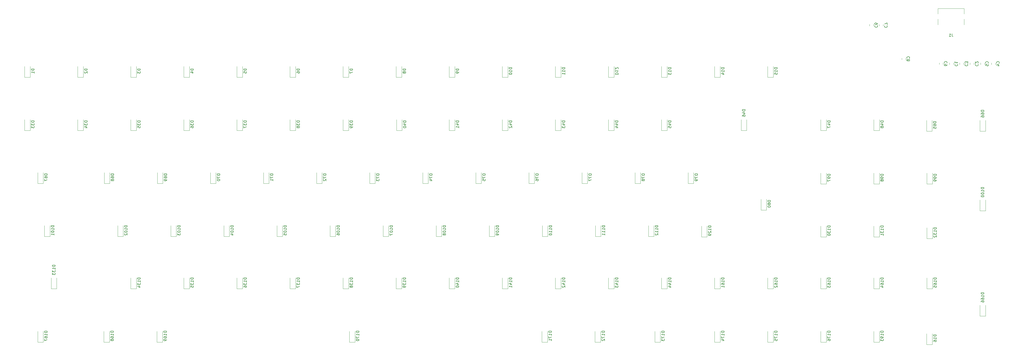
<source format=gbr>
G04 #@! TF.GenerationSoftware,KiCad,Pcbnew,(5.1.4)-1*
G04 #@! TF.CreationDate,2023-02-02T16:14:58+01:00*
G04 #@! TF.ProjectId,pcb,7063622e-6b69-4636-9164-5f7063625858,1.0*
G04 #@! TF.SameCoordinates,Original*
G04 #@! TF.FileFunction,Legend,Bot*
G04 #@! TF.FilePolarity,Positive*
%FSLAX46Y46*%
G04 Gerber Fmt 4.6, Leading zero omitted, Abs format (unit mm)*
G04 Created by KiCad (PCBNEW (5.1.4)-1) date 2023-02-02 16:14:58*
%MOMM*%
%LPD*%
G04 APERTURE LIST*
%ADD10C,0.120000*%
%ADD11C,0.150000*%
G04 APERTURE END LIST*
D10*
X169338000Y-180812000D02*
X167338000Y-180812000D01*
X167338000Y-180812000D02*
X167338000Y-176912000D01*
X169338000Y-180812000D02*
X169338000Y-176912000D01*
X207438000Y-180812000D02*
X205438000Y-180812000D01*
X205438000Y-180812000D02*
X205438000Y-176912000D01*
X207438000Y-180812000D02*
X207438000Y-176912000D01*
X283638000Y-180812000D02*
X281638000Y-180812000D01*
X281638000Y-180812000D02*
X281638000Y-176912000D01*
X283638000Y-180812000D02*
X283638000Y-176912000D01*
X226488000Y-180812000D02*
X224488000Y-180812000D01*
X224488000Y-180812000D02*
X224488000Y-176912000D01*
X226488000Y-180812000D02*
X226488000Y-176912000D01*
X245538000Y-180812000D02*
X243538000Y-180812000D01*
X243538000Y-180812000D02*
X243538000Y-176912000D01*
X245538000Y-180812000D02*
X245538000Y-176912000D01*
X74088500Y-180812000D02*
X72088500Y-180812000D01*
X72088500Y-180812000D02*
X72088500Y-176912000D01*
X74088500Y-180812000D02*
X74088500Y-176912000D01*
X264588000Y-180812000D02*
X262588000Y-180812000D01*
X262588000Y-180812000D02*
X262588000Y-176912000D01*
X264588000Y-180812000D02*
X264588000Y-176912000D01*
X369236000Y-162016000D02*
X367236000Y-162016000D01*
X367236000Y-162016000D02*
X367236000Y-158116000D01*
X369236000Y-162016000D02*
X369236000Y-158116000D01*
X331264000Y-180939000D02*
X329264000Y-180939000D01*
X329264000Y-180939000D02*
X329264000Y-177039000D01*
X331264000Y-180939000D02*
X331264000Y-177039000D01*
X50212500Y-180812000D02*
X48212500Y-180812000D01*
X48212500Y-180812000D02*
X48212500Y-176912000D01*
X50212500Y-180812000D02*
X50212500Y-176912000D01*
X309800000Y-190337000D02*
X307800000Y-190337000D01*
X307800000Y-190337000D02*
X307800000Y-186437000D01*
X309800000Y-190337000D02*
X309800000Y-186437000D01*
X112188000Y-180812000D02*
X110188000Y-180812000D01*
X110188000Y-180812000D02*
X110188000Y-176912000D01*
X112188000Y-180812000D02*
X112188000Y-176912000D01*
X188388000Y-180812000D02*
X186388000Y-180812000D01*
X186388000Y-180812000D02*
X186388000Y-176912000D01*
X188388000Y-180812000D02*
X188388000Y-176912000D01*
X150288000Y-180812000D02*
X148288000Y-180812000D01*
X148288000Y-180812000D02*
X148288000Y-176912000D01*
X150288000Y-180812000D02*
X150288000Y-176912000D01*
X388414000Y-162016000D02*
X386414000Y-162016000D01*
X386414000Y-162016000D02*
X386414000Y-158116000D01*
X388414000Y-162016000D02*
X388414000Y-158116000D01*
X93138500Y-180812000D02*
X91138500Y-180812000D01*
X91138500Y-180812000D02*
X91138500Y-176912000D01*
X93138500Y-180812000D02*
X93138500Y-176912000D01*
X131238000Y-180812000D02*
X129238000Y-180812000D01*
X129238000Y-180812000D02*
X129238000Y-176912000D01*
X131238000Y-180812000D02*
X131238000Y-176912000D01*
X369300000Y-238660000D02*
X369300000Y-234760000D01*
X367300000Y-238660000D02*
X367300000Y-234760000D01*
X369300000Y-238660000D02*
X367300000Y-238660000D01*
X117014000Y-199862000D02*
X115014000Y-199862000D01*
X115014000Y-199862000D02*
X115014000Y-195962000D01*
X117014000Y-199862000D02*
X117014000Y-195962000D01*
X269414000Y-199862000D02*
X267414000Y-199862000D01*
X267414000Y-199862000D02*
X267414000Y-195962000D01*
X269414000Y-199862000D02*
X269414000Y-195962000D01*
X331264000Y-199989000D02*
X329264000Y-199989000D01*
X329264000Y-199989000D02*
X329264000Y-196089000D01*
X331264000Y-199989000D02*
X331264000Y-196089000D01*
X212264000Y-199862000D02*
X210264000Y-199862000D01*
X210264000Y-199862000D02*
X210264000Y-195962000D01*
X212264000Y-199862000D02*
X212264000Y-195962000D01*
X288464000Y-199989000D02*
X286464000Y-199989000D01*
X286464000Y-199989000D02*
X286464000Y-196089000D01*
X288464000Y-199989000D02*
X288464000Y-196089000D01*
X155114000Y-199862000D02*
X153114000Y-199862000D01*
X153114000Y-199862000D02*
X153114000Y-195962000D01*
X155114000Y-199862000D02*
X155114000Y-195962000D01*
X193214000Y-199862000D02*
X191214000Y-199862000D01*
X191214000Y-199862000D02*
X191214000Y-195962000D01*
X193214000Y-199862000D02*
X193214000Y-195962000D01*
X231314000Y-199862000D02*
X229314000Y-199862000D01*
X229314000Y-199862000D02*
X229314000Y-195962000D01*
X231314000Y-199862000D02*
X231314000Y-195962000D01*
X369364000Y-200624000D02*
X367364000Y-200624000D01*
X367364000Y-200624000D02*
X367364000Y-196724000D01*
X369364000Y-200624000D02*
X369364000Y-196724000D01*
X350314000Y-199989000D02*
X348314000Y-199989000D01*
X348314000Y-199989000D02*
X348314000Y-196089000D01*
X350314000Y-199989000D02*
X350314000Y-196089000D01*
X55038500Y-218658000D02*
X53038500Y-218658000D01*
X53038500Y-218658000D02*
X53038500Y-214758000D01*
X55038500Y-218658000D02*
X55038500Y-214758000D01*
X369364000Y-180939000D02*
X367364000Y-180939000D01*
X367364000Y-180939000D02*
X367364000Y-177039000D01*
X369364000Y-180939000D02*
X369364000Y-177039000D01*
X136064000Y-199862000D02*
X134064000Y-199862000D01*
X134064000Y-199862000D02*
X134064000Y-195962000D01*
X136064000Y-199862000D02*
X136064000Y-195962000D01*
X174164000Y-199862000D02*
X172164000Y-199862000D01*
X172164000Y-199862000D02*
X172164000Y-195962000D01*
X174164000Y-199862000D02*
X174164000Y-195962000D01*
X350314000Y-180939000D02*
X348314000Y-180939000D01*
X348314000Y-180939000D02*
X348314000Y-177039000D01*
X350314000Y-180939000D02*
X350314000Y-177039000D01*
X250364000Y-199862000D02*
X248364000Y-199862000D01*
X248364000Y-199862000D02*
X248364000Y-195962000D01*
X250364000Y-199862000D02*
X250364000Y-195962000D01*
X388414000Y-190591000D02*
X386414000Y-190591000D01*
X386414000Y-190591000D02*
X386414000Y-186691000D01*
X388414000Y-190591000D02*
X388414000Y-186691000D01*
X52625500Y-199862000D02*
X50625500Y-199862000D01*
X50625500Y-199862000D02*
X50625500Y-195962000D01*
X52625500Y-199862000D02*
X52625500Y-195962000D01*
X78914500Y-199862000D02*
X76914500Y-199862000D01*
X76914500Y-199862000D02*
X76914500Y-195962000D01*
X78914500Y-199862000D02*
X78914500Y-195962000D01*
X97964500Y-199862000D02*
X95964500Y-199862000D01*
X95964500Y-199862000D02*
X95964500Y-195962000D01*
X97964500Y-199862000D02*
X97964500Y-195962000D01*
X391997000Y-137990578D02*
X391997000Y-137473422D01*
X390577000Y-137990578D02*
X390577000Y-137473422D01*
X348182000Y-124098578D02*
X348182000Y-123581422D01*
X346762000Y-124098578D02*
X346762000Y-123581422D01*
X140764000Y-142585000D02*
X138764000Y-142585000D01*
X138764000Y-142585000D02*
X138764000Y-138685000D01*
X140764000Y-142585000D02*
X140764000Y-138685000D01*
X236014000Y-142585000D02*
X234014000Y-142585000D01*
X234014000Y-142585000D02*
X234014000Y-138685000D01*
X236014000Y-142585000D02*
X236014000Y-138685000D01*
X197914000Y-142585000D02*
X195914000Y-142585000D01*
X195914000Y-142585000D02*
X195914000Y-138685000D01*
X197914000Y-142585000D02*
X197914000Y-138685000D01*
X359802000Y-136226578D02*
X359802000Y-135709422D01*
X358382000Y-136226578D02*
X358382000Y-135709422D01*
X83613500Y-142585000D02*
X81613500Y-142585000D01*
X81613500Y-142585000D02*
X81613500Y-138685000D01*
X83613500Y-142585000D02*
X83613500Y-138685000D01*
X121714000Y-142585000D02*
X119714000Y-142585000D01*
X119714000Y-142585000D02*
X119714000Y-138685000D01*
X121714000Y-142585000D02*
X121714000Y-138685000D01*
X64563500Y-142586000D02*
X62563500Y-142586000D01*
X62563500Y-142586000D02*
X62563500Y-138686000D01*
X64563500Y-142586000D02*
X64563500Y-138686000D01*
X380567000Y-137990578D02*
X380567000Y-137473422D01*
X379147000Y-137990578D02*
X379147000Y-137473422D01*
X159814000Y-142585000D02*
X157814000Y-142585000D01*
X157814000Y-142585000D02*
X157814000Y-138685000D01*
X159814000Y-142585000D02*
X159814000Y-138685000D01*
X293164000Y-142585000D02*
X291164000Y-142585000D01*
X291164000Y-142585000D02*
X291164000Y-138685000D01*
X293164000Y-142585000D02*
X293164000Y-138685000D01*
X351674000Y-124146578D02*
X351674000Y-123629422D01*
X350254000Y-124146578D02*
X350254000Y-123629422D01*
X216964000Y-142585000D02*
X214964000Y-142585000D01*
X214964000Y-142585000D02*
X214964000Y-138685000D01*
X216964000Y-142585000D02*
X216964000Y-138685000D01*
X45513500Y-142585000D02*
X45513500Y-138685000D01*
X43513500Y-142585000D02*
X43513500Y-138685000D01*
X45513500Y-142585000D02*
X43513500Y-142585000D01*
X388060000Y-137990578D02*
X388060000Y-137473422D01*
X386640000Y-137990578D02*
X386640000Y-137473422D01*
X376948000Y-137990578D02*
X376948000Y-137473422D01*
X375528000Y-137990578D02*
X375528000Y-137473422D01*
X102664000Y-142585000D02*
X100664000Y-142585000D01*
X100664000Y-142585000D02*
X100664000Y-138685000D01*
X102664000Y-142585000D02*
X102664000Y-138685000D01*
X255064000Y-142585000D02*
X253064000Y-142585000D01*
X253064000Y-142585000D02*
X253064000Y-138685000D01*
X255064000Y-142585000D02*
X255064000Y-138685000D01*
X312214000Y-142585000D02*
X310214000Y-142585000D01*
X310214000Y-142585000D02*
X310214000Y-138685000D01*
X312214000Y-142585000D02*
X312214000Y-138685000D01*
X384314000Y-137990578D02*
X384314000Y-137473422D01*
X382894000Y-137990578D02*
X382894000Y-137473422D01*
X178864000Y-142585000D02*
X176864000Y-142585000D01*
X176864000Y-142585000D02*
X176864000Y-138685000D01*
X178864000Y-142585000D02*
X178864000Y-138685000D01*
X274114000Y-142585000D02*
X272114000Y-142585000D01*
X272114000Y-142585000D02*
X272114000Y-138685000D01*
X274114000Y-142585000D02*
X274114000Y-138685000D01*
X140764000Y-161762000D02*
X138764000Y-161762000D01*
X138764000Y-161762000D02*
X138764000Y-157862000D01*
X140764000Y-161762000D02*
X140764000Y-157862000D01*
X197914000Y-161762000D02*
X195914000Y-161762000D01*
X195914000Y-161762000D02*
X195914000Y-157862000D01*
X197914000Y-161762000D02*
X197914000Y-157862000D01*
X255064000Y-161762000D02*
X253064000Y-161762000D01*
X253064000Y-161762000D02*
X253064000Y-157862000D01*
X255064000Y-161762000D02*
X255064000Y-157862000D01*
X331264000Y-161762000D02*
X329264000Y-161762000D01*
X329264000Y-161762000D02*
X329264000Y-157862000D01*
X331264000Y-161762000D02*
X331264000Y-157862000D01*
X350314000Y-161762000D02*
X348314000Y-161762000D01*
X348314000Y-161762000D02*
X348314000Y-157862000D01*
X350314000Y-161762000D02*
X350314000Y-157862000D01*
X83613500Y-161762000D02*
X81613500Y-161762000D01*
X81613500Y-161762000D02*
X81613500Y-157862000D01*
X83613500Y-161762000D02*
X83613500Y-157862000D01*
X236014000Y-161762000D02*
X234014000Y-161762000D01*
X234014000Y-161762000D02*
X234014000Y-157862000D01*
X236014000Y-161762000D02*
X236014000Y-157862000D01*
X274114000Y-161762000D02*
X272114000Y-161762000D01*
X272114000Y-161762000D02*
X272114000Y-157862000D01*
X274114000Y-161762000D02*
X274114000Y-157862000D01*
X216964000Y-161762000D02*
X214964000Y-161762000D01*
X214964000Y-161762000D02*
X214964000Y-157862000D01*
X216964000Y-161762000D02*
X216964000Y-157862000D01*
X102664000Y-161762000D02*
X100664000Y-161762000D01*
X100664000Y-161762000D02*
X100664000Y-157862000D01*
X102664000Y-161762000D02*
X102664000Y-157862000D01*
X121714000Y-161762000D02*
X119714000Y-161762000D01*
X119714000Y-161762000D02*
X119714000Y-157862000D01*
X121714000Y-161762000D02*
X121714000Y-157862000D01*
X159814000Y-161762000D02*
X157814000Y-161762000D01*
X157814000Y-161762000D02*
X157814000Y-157862000D01*
X159814000Y-161762000D02*
X159814000Y-157862000D01*
X302688000Y-161762000D02*
X300688000Y-161762000D01*
X300688000Y-161762000D02*
X300688000Y-157862000D01*
X302688000Y-161762000D02*
X302688000Y-157862000D01*
X178990000Y-161762000D02*
X176990000Y-161762000D01*
X176990000Y-161762000D02*
X176990000Y-157862000D01*
X178990000Y-161762000D02*
X178990000Y-157862000D01*
X45513500Y-161763000D02*
X43513500Y-161763000D01*
X43513500Y-161763000D02*
X43513500Y-157863000D01*
X45513500Y-161763000D02*
X45513500Y-157863000D01*
X64563500Y-161763000D02*
X62563500Y-161763000D01*
X62563500Y-161763000D02*
X62563500Y-157863000D01*
X64563500Y-161763000D02*
X64563500Y-157863000D01*
X293164000Y-237835000D02*
X291164000Y-237835000D01*
X291164000Y-237835000D02*
X291164000Y-233935000D01*
X293164000Y-237835000D02*
X293164000Y-233935000D01*
X331264000Y-237835000D02*
X329264000Y-237835000D01*
X329264000Y-237835000D02*
X329264000Y-233935000D01*
X331264000Y-237835000D02*
X331264000Y-233935000D01*
X312214000Y-237835000D02*
X310214000Y-237835000D01*
X310214000Y-237835000D02*
X310214000Y-233935000D01*
X312214000Y-237835000D02*
X312214000Y-233935000D01*
X250238000Y-237835000D02*
X248238000Y-237835000D01*
X248238000Y-237835000D02*
X248238000Y-233935000D01*
X250238000Y-237835000D02*
X250238000Y-233935000D01*
X162100000Y-237835000D02*
X160100000Y-237835000D01*
X160100000Y-237835000D02*
X160100000Y-233935000D01*
X162100000Y-237835000D02*
X162100000Y-233935000D01*
X231188000Y-237835000D02*
X229188000Y-237835000D01*
X229188000Y-237835000D02*
X229188000Y-233935000D01*
X231188000Y-237835000D02*
X231188000Y-233935000D01*
X271700000Y-237835000D02*
X269700000Y-237835000D01*
X269700000Y-237835000D02*
X269700000Y-233935000D01*
X271700000Y-237835000D02*
X271700000Y-233935000D01*
X140764000Y-218658000D02*
X138764000Y-218658000D01*
X138764000Y-218658000D02*
X138764000Y-214758000D01*
X140764000Y-218658000D02*
X140764000Y-214758000D01*
X274114000Y-218658000D02*
X272114000Y-218658000D01*
X272114000Y-218658000D02*
X272114000Y-214758000D01*
X274114000Y-218658000D02*
X274114000Y-214758000D01*
X255064000Y-218658000D02*
X253064000Y-218658000D01*
X253064000Y-218658000D02*
X253064000Y-214758000D01*
X255064000Y-218658000D02*
X255064000Y-214758000D01*
X83613500Y-218658000D02*
X81613500Y-218658000D01*
X81613500Y-218658000D02*
X81613500Y-214758000D01*
X83613500Y-218658000D02*
X83613500Y-214758000D01*
X102664000Y-218658000D02*
X100664000Y-218658000D01*
X100664000Y-218658000D02*
X100664000Y-214758000D01*
X102664000Y-218658000D02*
X102664000Y-214758000D01*
X121714000Y-218658000D02*
X119714000Y-218658000D01*
X119714000Y-218658000D02*
X119714000Y-214758000D01*
X121714000Y-218658000D02*
X121714000Y-214758000D01*
X216964000Y-218658000D02*
X214964000Y-218658000D01*
X214964000Y-218658000D02*
X214964000Y-214758000D01*
X216964000Y-218658000D02*
X216964000Y-214758000D01*
X178864000Y-218658000D02*
X176864000Y-218658000D01*
X176864000Y-218658000D02*
X176864000Y-214758000D01*
X178864000Y-218658000D02*
X178864000Y-214758000D01*
X236014000Y-218658000D02*
X234014000Y-218658000D01*
X234014000Y-218658000D02*
X234014000Y-214758000D01*
X236014000Y-218658000D02*
X236014000Y-214758000D01*
X197914000Y-218658000D02*
X195914000Y-218658000D01*
X195914000Y-218658000D02*
X195914000Y-214758000D01*
X197914000Y-218658000D02*
X197914000Y-214758000D01*
X159814000Y-218658000D02*
X157814000Y-218658000D01*
X157814000Y-218658000D02*
X157814000Y-214758000D01*
X159814000Y-218658000D02*
X159814000Y-214758000D01*
X312214000Y-218658000D02*
X310214000Y-218658000D01*
X310214000Y-218658000D02*
X310214000Y-214758000D01*
X312214000Y-218658000D02*
X312214000Y-214758000D01*
X50212500Y-237835000D02*
X48212500Y-237835000D01*
X48212500Y-237835000D02*
X48212500Y-233935000D01*
X50212500Y-237835000D02*
X50212500Y-233935000D01*
X369364000Y-218658000D02*
X367364000Y-218658000D01*
X367364000Y-218658000D02*
X367364000Y-214758000D01*
X369364000Y-218658000D02*
X369364000Y-214758000D01*
X350314000Y-218658000D02*
X348314000Y-218658000D01*
X348314000Y-218658000D02*
X348314000Y-214758000D01*
X350314000Y-218658000D02*
X350314000Y-214758000D01*
X388414000Y-228437000D02*
X386414000Y-228437000D01*
X386414000Y-228437000D02*
X386414000Y-224537000D01*
X388414000Y-228437000D02*
X388414000Y-224537000D01*
X293164000Y-218659000D02*
X291164000Y-218659000D01*
X291164000Y-218659000D02*
X291164000Y-214759000D01*
X293164000Y-218659000D02*
X293164000Y-214759000D01*
X331264000Y-218658000D02*
X329264000Y-218658000D01*
X329264000Y-218658000D02*
X329264000Y-214758000D01*
X331264000Y-218658000D02*
X331264000Y-214758000D01*
X73961500Y-237835000D02*
X71961500Y-237835000D01*
X71961500Y-237835000D02*
X71961500Y-233935000D01*
X73961500Y-237835000D02*
X73961500Y-233935000D01*
X93011500Y-237835000D02*
X91011500Y-237835000D01*
X91011500Y-237835000D02*
X91011500Y-233935000D01*
X93011500Y-237835000D02*
X93011500Y-233935000D01*
X371347000Y-119812000D02*
X371347000Y-117912000D01*
X371347000Y-123712000D02*
X371347000Y-121712000D01*
X380747000Y-119812000D02*
X380747000Y-117912000D01*
X380747000Y-123712000D02*
X380747000Y-121712000D01*
X371347000Y-117912000D02*
X380747000Y-117912000D01*
X350314000Y-237836000D02*
X348314000Y-237836000D01*
X348314000Y-237836000D02*
X348314000Y-233936000D01*
X350314000Y-237836000D02*
X350314000Y-233936000D01*
X371806000Y-137954578D02*
X371806000Y-137437422D01*
X373226000Y-137954578D02*
X373226000Y-137437422D01*
D11*
X170790380Y-177347714D02*
X169790380Y-177347714D01*
X169790380Y-177585809D01*
X169838000Y-177728666D01*
X169933238Y-177823904D01*
X170028476Y-177871523D01*
X170218952Y-177919142D01*
X170361809Y-177919142D01*
X170552285Y-177871523D01*
X170647523Y-177823904D01*
X170742761Y-177728666D01*
X170790380Y-177585809D01*
X170790380Y-177347714D01*
X169790380Y-178252476D02*
X169790380Y-178919142D01*
X170790380Y-178490571D01*
X169790380Y-179204857D02*
X169790380Y-179823904D01*
X170171333Y-179490571D01*
X170171333Y-179633428D01*
X170218952Y-179728666D01*
X170266571Y-179776285D01*
X170361809Y-179823904D01*
X170599904Y-179823904D01*
X170695142Y-179776285D01*
X170742761Y-179728666D01*
X170790380Y-179633428D01*
X170790380Y-179347714D01*
X170742761Y-179252476D01*
X170695142Y-179204857D01*
X208890380Y-177347714D02*
X207890380Y-177347714D01*
X207890380Y-177585809D01*
X207938000Y-177728666D01*
X208033238Y-177823904D01*
X208128476Y-177871523D01*
X208318952Y-177919142D01*
X208461809Y-177919142D01*
X208652285Y-177871523D01*
X208747523Y-177823904D01*
X208842761Y-177728666D01*
X208890380Y-177585809D01*
X208890380Y-177347714D01*
X207890380Y-178252476D02*
X207890380Y-178919142D01*
X208890380Y-178490571D01*
X207890380Y-179776285D02*
X207890380Y-179300095D01*
X208366571Y-179252476D01*
X208318952Y-179300095D01*
X208271333Y-179395333D01*
X208271333Y-179633428D01*
X208318952Y-179728666D01*
X208366571Y-179776285D01*
X208461809Y-179823904D01*
X208699904Y-179823904D01*
X208795142Y-179776285D01*
X208842761Y-179728666D01*
X208890380Y-179633428D01*
X208890380Y-179395333D01*
X208842761Y-179300095D01*
X208795142Y-179252476D01*
X285090380Y-177347714D02*
X284090380Y-177347714D01*
X284090380Y-177585809D01*
X284138000Y-177728666D01*
X284233238Y-177823904D01*
X284328476Y-177871523D01*
X284518952Y-177919142D01*
X284661809Y-177919142D01*
X284852285Y-177871523D01*
X284947523Y-177823904D01*
X285042761Y-177728666D01*
X285090380Y-177585809D01*
X285090380Y-177347714D01*
X284090380Y-178252476D02*
X284090380Y-178919142D01*
X285090380Y-178490571D01*
X285090380Y-179347714D02*
X285090380Y-179538190D01*
X285042761Y-179633428D01*
X284995142Y-179681047D01*
X284852285Y-179776285D01*
X284661809Y-179823904D01*
X284280857Y-179823904D01*
X284185619Y-179776285D01*
X284138000Y-179728666D01*
X284090380Y-179633428D01*
X284090380Y-179442952D01*
X284138000Y-179347714D01*
X284185619Y-179300095D01*
X284280857Y-179252476D01*
X284518952Y-179252476D01*
X284614190Y-179300095D01*
X284661809Y-179347714D01*
X284709428Y-179442952D01*
X284709428Y-179633428D01*
X284661809Y-179728666D01*
X284614190Y-179776285D01*
X284518952Y-179823904D01*
X227940380Y-177347714D02*
X226940380Y-177347714D01*
X226940380Y-177585809D01*
X226988000Y-177728666D01*
X227083238Y-177823904D01*
X227178476Y-177871523D01*
X227368952Y-177919142D01*
X227511809Y-177919142D01*
X227702285Y-177871523D01*
X227797523Y-177823904D01*
X227892761Y-177728666D01*
X227940380Y-177585809D01*
X227940380Y-177347714D01*
X226940380Y-178252476D02*
X226940380Y-178919142D01*
X227940380Y-178490571D01*
X226940380Y-179728666D02*
X226940380Y-179538190D01*
X226988000Y-179442952D01*
X227035619Y-179395333D01*
X227178476Y-179300095D01*
X227368952Y-179252476D01*
X227749904Y-179252476D01*
X227845142Y-179300095D01*
X227892761Y-179347714D01*
X227940380Y-179442952D01*
X227940380Y-179633428D01*
X227892761Y-179728666D01*
X227845142Y-179776285D01*
X227749904Y-179823904D01*
X227511809Y-179823904D01*
X227416571Y-179776285D01*
X227368952Y-179728666D01*
X227321333Y-179633428D01*
X227321333Y-179442952D01*
X227368952Y-179347714D01*
X227416571Y-179300095D01*
X227511809Y-179252476D01*
X246990380Y-177347714D02*
X245990380Y-177347714D01*
X245990380Y-177585809D01*
X246038000Y-177728666D01*
X246133238Y-177823904D01*
X246228476Y-177871523D01*
X246418952Y-177919142D01*
X246561809Y-177919142D01*
X246752285Y-177871523D01*
X246847523Y-177823904D01*
X246942761Y-177728666D01*
X246990380Y-177585809D01*
X246990380Y-177347714D01*
X245990380Y-178252476D02*
X245990380Y-178919142D01*
X246990380Y-178490571D01*
X245990380Y-179204857D02*
X245990380Y-179871523D01*
X246990380Y-179442952D01*
X75540880Y-177347714D02*
X74540880Y-177347714D01*
X74540880Y-177585809D01*
X74588500Y-177728666D01*
X74683738Y-177823904D01*
X74778976Y-177871523D01*
X74969452Y-177919142D01*
X75112309Y-177919142D01*
X75302785Y-177871523D01*
X75398023Y-177823904D01*
X75493261Y-177728666D01*
X75540880Y-177585809D01*
X75540880Y-177347714D01*
X74540880Y-178776285D02*
X74540880Y-178585809D01*
X74588500Y-178490571D01*
X74636119Y-178442952D01*
X74778976Y-178347714D01*
X74969452Y-178300095D01*
X75350404Y-178300095D01*
X75445642Y-178347714D01*
X75493261Y-178395333D01*
X75540880Y-178490571D01*
X75540880Y-178681047D01*
X75493261Y-178776285D01*
X75445642Y-178823904D01*
X75350404Y-178871523D01*
X75112309Y-178871523D01*
X75017071Y-178823904D01*
X74969452Y-178776285D01*
X74921833Y-178681047D01*
X74921833Y-178490571D01*
X74969452Y-178395333D01*
X75017071Y-178347714D01*
X75112309Y-178300095D01*
X74969452Y-179442952D02*
X74921833Y-179347714D01*
X74874214Y-179300095D01*
X74778976Y-179252476D01*
X74731357Y-179252476D01*
X74636119Y-179300095D01*
X74588500Y-179347714D01*
X74540880Y-179442952D01*
X74540880Y-179633428D01*
X74588500Y-179728666D01*
X74636119Y-179776285D01*
X74731357Y-179823904D01*
X74778976Y-179823904D01*
X74874214Y-179776285D01*
X74921833Y-179728666D01*
X74969452Y-179633428D01*
X74969452Y-179442952D01*
X75017071Y-179347714D01*
X75064690Y-179300095D01*
X75159928Y-179252476D01*
X75350404Y-179252476D01*
X75445642Y-179300095D01*
X75493261Y-179347714D01*
X75540880Y-179442952D01*
X75540880Y-179633428D01*
X75493261Y-179728666D01*
X75445642Y-179776285D01*
X75350404Y-179823904D01*
X75159928Y-179823904D01*
X75064690Y-179776285D01*
X75017071Y-179728666D01*
X74969452Y-179633428D01*
X266040380Y-177347714D02*
X265040380Y-177347714D01*
X265040380Y-177585809D01*
X265088000Y-177728666D01*
X265183238Y-177823904D01*
X265278476Y-177871523D01*
X265468952Y-177919142D01*
X265611809Y-177919142D01*
X265802285Y-177871523D01*
X265897523Y-177823904D01*
X265992761Y-177728666D01*
X266040380Y-177585809D01*
X266040380Y-177347714D01*
X265040380Y-178252476D02*
X265040380Y-178919142D01*
X266040380Y-178490571D01*
X265468952Y-179442952D02*
X265421333Y-179347714D01*
X265373714Y-179300095D01*
X265278476Y-179252476D01*
X265230857Y-179252476D01*
X265135619Y-179300095D01*
X265088000Y-179347714D01*
X265040380Y-179442952D01*
X265040380Y-179633428D01*
X265088000Y-179728666D01*
X265135619Y-179776285D01*
X265230857Y-179823904D01*
X265278476Y-179823904D01*
X265373714Y-179776285D01*
X265421333Y-179728666D01*
X265468952Y-179633428D01*
X265468952Y-179442952D01*
X265516571Y-179347714D01*
X265564190Y-179300095D01*
X265659428Y-179252476D01*
X265849904Y-179252476D01*
X265945142Y-179300095D01*
X265992761Y-179347714D01*
X266040380Y-179442952D01*
X266040380Y-179633428D01*
X265992761Y-179728666D01*
X265945142Y-179776285D01*
X265849904Y-179823904D01*
X265659428Y-179823904D01*
X265564190Y-179776285D01*
X265516571Y-179728666D01*
X265468952Y-179633428D01*
X370688380Y-158551714D02*
X369688380Y-158551714D01*
X369688380Y-158789809D01*
X369736000Y-158932666D01*
X369831238Y-159027904D01*
X369926476Y-159075523D01*
X370116952Y-159123142D01*
X370259809Y-159123142D01*
X370450285Y-159075523D01*
X370545523Y-159027904D01*
X370640761Y-158932666D01*
X370688380Y-158789809D01*
X370688380Y-158551714D01*
X369688380Y-159980285D02*
X369688380Y-159789809D01*
X369736000Y-159694571D01*
X369783619Y-159646952D01*
X369926476Y-159551714D01*
X370116952Y-159504095D01*
X370497904Y-159504095D01*
X370593142Y-159551714D01*
X370640761Y-159599333D01*
X370688380Y-159694571D01*
X370688380Y-159885047D01*
X370640761Y-159980285D01*
X370593142Y-160027904D01*
X370497904Y-160075523D01*
X370259809Y-160075523D01*
X370164571Y-160027904D01*
X370116952Y-159980285D01*
X370069333Y-159885047D01*
X370069333Y-159694571D01*
X370116952Y-159599333D01*
X370164571Y-159551714D01*
X370259809Y-159504095D01*
X369688380Y-160980285D02*
X369688380Y-160504095D01*
X370164571Y-160456476D01*
X370116952Y-160504095D01*
X370069333Y-160599333D01*
X370069333Y-160837428D01*
X370116952Y-160932666D01*
X370164571Y-160980285D01*
X370259809Y-161027904D01*
X370497904Y-161027904D01*
X370593142Y-160980285D01*
X370640761Y-160932666D01*
X370688380Y-160837428D01*
X370688380Y-160599333D01*
X370640761Y-160504095D01*
X370593142Y-160456476D01*
X332716380Y-177474714D02*
X331716380Y-177474714D01*
X331716380Y-177712809D01*
X331764000Y-177855666D01*
X331859238Y-177950904D01*
X331954476Y-177998523D01*
X332144952Y-178046142D01*
X332287809Y-178046142D01*
X332478285Y-177998523D01*
X332573523Y-177950904D01*
X332668761Y-177855666D01*
X332716380Y-177712809D01*
X332716380Y-177474714D01*
X332716380Y-178522333D02*
X332716380Y-178712809D01*
X332668761Y-178808047D01*
X332621142Y-178855666D01*
X332478285Y-178950904D01*
X332287809Y-178998523D01*
X331906857Y-178998523D01*
X331811619Y-178950904D01*
X331764000Y-178903285D01*
X331716380Y-178808047D01*
X331716380Y-178617571D01*
X331764000Y-178522333D01*
X331811619Y-178474714D01*
X331906857Y-178427095D01*
X332144952Y-178427095D01*
X332240190Y-178474714D01*
X332287809Y-178522333D01*
X332335428Y-178617571D01*
X332335428Y-178808047D01*
X332287809Y-178903285D01*
X332240190Y-178950904D01*
X332144952Y-178998523D01*
X331716380Y-179331857D02*
X331716380Y-179998523D01*
X332716380Y-179569952D01*
X51664880Y-177347714D02*
X50664880Y-177347714D01*
X50664880Y-177585809D01*
X50712500Y-177728666D01*
X50807738Y-177823904D01*
X50902976Y-177871523D01*
X51093452Y-177919142D01*
X51236309Y-177919142D01*
X51426785Y-177871523D01*
X51522023Y-177823904D01*
X51617261Y-177728666D01*
X51664880Y-177585809D01*
X51664880Y-177347714D01*
X50664880Y-178776285D02*
X50664880Y-178585809D01*
X50712500Y-178490571D01*
X50760119Y-178442952D01*
X50902976Y-178347714D01*
X51093452Y-178300095D01*
X51474404Y-178300095D01*
X51569642Y-178347714D01*
X51617261Y-178395333D01*
X51664880Y-178490571D01*
X51664880Y-178681047D01*
X51617261Y-178776285D01*
X51569642Y-178823904D01*
X51474404Y-178871523D01*
X51236309Y-178871523D01*
X51141071Y-178823904D01*
X51093452Y-178776285D01*
X51045833Y-178681047D01*
X51045833Y-178490571D01*
X51093452Y-178395333D01*
X51141071Y-178347714D01*
X51236309Y-178300095D01*
X50664880Y-179204857D02*
X50664880Y-179871523D01*
X51664880Y-179442952D01*
X311252380Y-186872714D02*
X310252380Y-186872714D01*
X310252380Y-187110809D01*
X310300000Y-187253666D01*
X310395238Y-187348904D01*
X310490476Y-187396523D01*
X310680952Y-187444142D01*
X310823809Y-187444142D01*
X311014285Y-187396523D01*
X311109523Y-187348904D01*
X311204761Y-187253666D01*
X311252380Y-187110809D01*
X311252380Y-186872714D01*
X310680952Y-188015571D02*
X310633333Y-187920333D01*
X310585714Y-187872714D01*
X310490476Y-187825095D01*
X310442857Y-187825095D01*
X310347619Y-187872714D01*
X310300000Y-187920333D01*
X310252380Y-188015571D01*
X310252380Y-188206047D01*
X310300000Y-188301285D01*
X310347619Y-188348904D01*
X310442857Y-188396523D01*
X310490476Y-188396523D01*
X310585714Y-188348904D01*
X310633333Y-188301285D01*
X310680952Y-188206047D01*
X310680952Y-188015571D01*
X310728571Y-187920333D01*
X310776190Y-187872714D01*
X310871428Y-187825095D01*
X311061904Y-187825095D01*
X311157142Y-187872714D01*
X311204761Y-187920333D01*
X311252380Y-188015571D01*
X311252380Y-188206047D01*
X311204761Y-188301285D01*
X311157142Y-188348904D01*
X311061904Y-188396523D01*
X310871428Y-188396523D01*
X310776190Y-188348904D01*
X310728571Y-188301285D01*
X310680952Y-188206047D01*
X310252380Y-189015571D02*
X310252380Y-189110809D01*
X310300000Y-189206047D01*
X310347619Y-189253666D01*
X310442857Y-189301285D01*
X310633333Y-189348904D01*
X310871428Y-189348904D01*
X311061904Y-189301285D01*
X311157142Y-189253666D01*
X311204761Y-189206047D01*
X311252380Y-189110809D01*
X311252380Y-189015571D01*
X311204761Y-188920333D01*
X311157142Y-188872714D01*
X311061904Y-188825095D01*
X310871428Y-188777476D01*
X310633333Y-188777476D01*
X310442857Y-188825095D01*
X310347619Y-188872714D01*
X310300000Y-188920333D01*
X310252380Y-189015571D01*
X113640380Y-177347714D02*
X112640380Y-177347714D01*
X112640380Y-177585809D01*
X112688000Y-177728666D01*
X112783238Y-177823904D01*
X112878476Y-177871523D01*
X113068952Y-177919142D01*
X113211809Y-177919142D01*
X113402285Y-177871523D01*
X113497523Y-177823904D01*
X113592761Y-177728666D01*
X113640380Y-177585809D01*
X113640380Y-177347714D01*
X112640380Y-178252476D02*
X112640380Y-178919142D01*
X113640380Y-178490571D01*
X112640380Y-179490571D02*
X112640380Y-179585809D01*
X112688000Y-179681047D01*
X112735619Y-179728666D01*
X112830857Y-179776285D01*
X113021333Y-179823904D01*
X113259428Y-179823904D01*
X113449904Y-179776285D01*
X113545142Y-179728666D01*
X113592761Y-179681047D01*
X113640380Y-179585809D01*
X113640380Y-179490571D01*
X113592761Y-179395333D01*
X113545142Y-179347714D01*
X113449904Y-179300095D01*
X113259428Y-179252476D01*
X113021333Y-179252476D01*
X112830857Y-179300095D01*
X112735619Y-179347714D01*
X112688000Y-179395333D01*
X112640380Y-179490571D01*
X189840380Y-177347714D02*
X188840380Y-177347714D01*
X188840380Y-177585809D01*
X188888000Y-177728666D01*
X188983238Y-177823904D01*
X189078476Y-177871523D01*
X189268952Y-177919142D01*
X189411809Y-177919142D01*
X189602285Y-177871523D01*
X189697523Y-177823904D01*
X189792761Y-177728666D01*
X189840380Y-177585809D01*
X189840380Y-177347714D01*
X188840380Y-178252476D02*
X188840380Y-178919142D01*
X189840380Y-178490571D01*
X189173714Y-179728666D02*
X189840380Y-179728666D01*
X188792761Y-179490571D02*
X189507047Y-179252476D01*
X189507047Y-179871523D01*
X151740380Y-177347714D02*
X150740380Y-177347714D01*
X150740380Y-177585809D01*
X150788000Y-177728666D01*
X150883238Y-177823904D01*
X150978476Y-177871523D01*
X151168952Y-177919142D01*
X151311809Y-177919142D01*
X151502285Y-177871523D01*
X151597523Y-177823904D01*
X151692761Y-177728666D01*
X151740380Y-177585809D01*
X151740380Y-177347714D01*
X150740380Y-178252476D02*
X150740380Y-178919142D01*
X151740380Y-178490571D01*
X150835619Y-179252476D02*
X150788000Y-179300095D01*
X150740380Y-179395333D01*
X150740380Y-179633428D01*
X150788000Y-179728666D01*
X150835619Y-179776285D01*
X150930857Y-179823904D01*
X151026095Y-179823904D01*
X151168952Y-179776285D01*
X151740380Y-179204857D01*
X151740380Y-179823904D01*
X387866380Y-154487714D02*
X386866380Y-154487714D01*
X386866380Y-154725809D01*
X386914000Y-154868666D01*
X387009238Y-154963904D01*
X387104476Y-155011523D01*
X387294952Y-155059142D01*
X387437809Y-155059142D01*
X387628285Y-155011523D01*
X387723523Y-154963904D01*
X387818761Y-154868666D01*
X387866380Y-154725809D01*
X387866380Y-154487714D01*
X386866380Y-155916285D02*
X386866380Y-155725809D01*
X386914000Y-155630571D01*
X386961619Y-155582952D01*
X387104476Y-155487714D01*
X387294952Y-155440095D01*
X387675904Y-155440095D01*
X387771142Y-155487714D01*
X387818761Y-155535333D01*
X387866380Y-155630571D01*
X387866380Y-155821047D01*
X387818761Y-155916285D01*
X387771142Y-155963904D01*
X387675904Y-156011523D01*
X387437809Y-156011523D01*
X387342571Y-155963904D01*
X387294952Y-155916285D01*
X387247333Y-155821047D01*
X387247333Y-155630571D01*
X387294952Y-155535333D01*
X387342571Y-155487714D01*
X387437809Y-155440095D01*
X386866380Y-156868666D02*
X386866380Y-156678190D01*
X386914000Y-156582952D01*
X386961619Y-156535333D01*
X387104476Y-156440095D01*
X387294952Y-156392476D01*
X387675904Y-156392476D01*
X387771142Y-156440095D01*
X387818761Y-156487714D01*
X387866380Y-156582952D01*
X387866380Y-156773428D01*
X387818761Y-156868666D01*
X387771142Y-156916285D01*
X387675904Y-156963904D01*
X387437809Y-156963904D01*
X387342571Y-156916285D01*
X387294952Y-156868666D01*
X387247333Y-156773428D01*
X387247333Y-156582952D01*
X387294952Y-156487714D01*
X387342571Y-156440095D01*
X387437809Y-156392476D01*
X94590880Y-177347714D02*
X93590880Y-177347714D01*
X93590880Y-177585809D01*
X93638500Y-177728666D01*
X93733738Y-177823904D01*
X93828976Y-177871523D01*
X94019452Y-177919142D01*
X94162309Y-177919142D01*
X94352785Y-177871523D01*
X94448023Y-177823904D01*
X94543261Y-177728666D01*
X94590880Y-177585809D01*
X94590880Y-177347714D01*
X93590880Y-178776285D02*
X93590880Y-178585809D01*
X93638500Y-178490571D01*
X93686119Y-178442952D01*
X93828976Y-178347714D01*
X94019452Y-178300095D01*
X94400404Y-178300095D01*
X94495642Y-178347714D01*
X94543261Y-178395333D01*
X94590880Y-178490571D01*
X94590880Y-178681047D01*
X94543261Y-178776285D01*
X94495642Y-178823904D01*
X94400404Y-178871523D01*
X94162309Y-178871523D01*
X94067071Y-178823904D01*
X94019452Y-178776285D01*
X93971833Y-178681047D01*
X93971833Y-178490571D01*
X94019452Y-178395333D01*
X94067071Y-178347714D01*
X94162309Y-178300095D01*
X94590880Y-179347714D02*
X94590880Y-179538190D01*
X94543261Y-179633428D01*
X94495642Y-179681047D01*
X94352785Y-179776285D01*
X94162309Y-179823904D01*
X93781357Y-179823904D01*
X93686119Y-179776285D01*
X93638500Y-179728666D01*
X93590880Y-179633428D01*
X93590880Y-179442952D01*
X93638500Y-179347714D01*
X93686119Y-179300095D01*
X93781357Y-179252476D01*
X94019452Y-179252476D01*
X94114690Y-179300095D01*
X94162309Y-179347714D01*
X94209928Y-179442952D01*
X94209928Y-179633428D01*
X94162309Y-179728666D01*
X94114690Y-179776285D01*
X94019452Y-179823904D01*
X132690380Y-177347714D02*
X131690380Y-177347714D01*
X131690380Y-177585809D01*
X131738000Y-177728666D01*
X131833238Y-177823904D01*
X131928476Y-177871523D01*
X132118952Y-177919142D01*
X132261809Y-177919142D01*
X132452285Y-177871523D01*
X132547523Y-177823904D01*
X132642761Y-177728666D01*
X132690380Y-177585809D01*
X132690380Y-177347714D01*
X131690380Y-178252476D02*
X131690380Y-178919142D01*
X132690380Y-178490571D01*
X132690380Y-179823904D02*
X132690380Y-179252476D01*
X132690380Y-179538190D02*
X131690380Y-179538190D01*
X131833238Y-179442952D01*
X131928476Y-179347714D01*
X131976095Y-179252476D01*
X370752380Y-235195714D02*
X369752380Y-235195714D01*
X369752380Y-235433809D01*
X369800000Y-235576666D01*
X369895238Y-235671904D01*
X369990476Y-235719523D01*
X370180952Y-235767142D01*
X370323809Y-235767142D01*
X370514285Y-235719523D01*
X370609523Y-235671904D01*
X370704761Y-235576666D01*
X370752380Y-235433809D01*
X370752380Y-235195714D01*
X370752380Y-236719523D02*
X370752380Y-236148095D01*
X370752380Y-236433809D02*
X369752380Y-236433809D01*
X369895238Y-236338571D01*
X369990476Y-236243333D01*
X370038095Y-236148095D01*
X369752380Y-237576666D02*
X369752380Y-237386190D01*
X369800000Y-237290952D01*
X369847619Y-237243333D01*
X369990476Y-237148095D01*
X370180952Y-237100476D01*
X370561904Y-237100476D01*
X370657142Y-237148095D01*
X370704761Y-237195714D01*
X370752380Y-237290952D01*
X370752380Y-237481428D01*
X370704761Y-237576666D01*
X370657142Y-237624285D01*
X370561904Y-237671904D01*
X370323809Y-237671904D01*
X370228571Y-237624285D01*
X370180952Y-237576666D01*
X370133333Y-237481428D01*
X370133333Y-237290952D01*
X370180952Y-237195714D01*
X370228571Y-237148095D01*
X370323809Y-237100476D01*
X118466380Y-195921523D02*
X117466380Y-195921523D01*
X117466380Y-196159619D01*
X117514000Y-196302476D01*
X117609238Y-196397714D01*
X117704476Y-196445333D01*
X117894952Y-196492952D01*
X118037809Y-196492952D01*
X118228285Y-196445333D01*
X118323523Y-196397714D01*
X118418761Y-196302476D01*
X118466380Y-196159619D01*
X118466380Y-195921523D01*
X118466380Y-197445333D02*
X118466380Y-196873904D01*
X118466380Y-197159619D02*
X117466380Y-197159619D01*
X117609238Y-197064380D01*
X117704476Y-196969142D01*
X117752095Y-196873904D01*
X117466380Y-198064380D02*
X117466380Y-198159619D01*
X117514000Y-198254857D01*
X117561619Y-198302476D01*
X117656857Y-198350095D01*
X117847333Y-198397714D01*
X118085428Y-198397714D01*
X118275904Y-198350095D01*
X118371142Y-198302476D01*
X118418761Y-198254857D01*
X118466380Y-198159619D01*
X118466380Y-198064380D01*
X118418761Y-197969142D01*
X118371142Y-197921523D01*
X118275904Y-197873904D01*
X118085428Y-197826285D01*
X117847333Y-197826285D01*
X117656857Y-197873904D01*
X117561619Y-197921523D01*
X117514000Y-197969142D01*
X117466380Y-198064380D01*
X117799714Y-199254857D02*
X118466380Y-199254857D01*
X117418761Y-199016761D02*
X118133047Y-198778666D01*
X118133047Y-199397714D01*
X270866380Y-195921523D02*
X269866380Y-195921523D01*
X269866380Y-196159619D01*
X269914000Y-196302476D01*
X270009238Y-196397714D01*
X270104476Y-196445333D01*
X270294952Y-196492952D01*
X270437809Y-196492952D01*
X270628285Y-196445333D01*
X270723523Y-196397714D01*
X270818761Y-196302476D01*
X270866380Y-196159619D01*
X270866380Y-195921523D01*
X270866380Y-197445333D02*
X270866380Y-196873904D01*
X270866380Y-197159619D02*
X269866380Y-197159619D01*
X270009238Y-197064380D01*
X270104476Y-196969142D01*
X270152095Y-196873904D01*
X270866380Y-198397714D02*
X270866380Y-197826285D01*
X270866380Y-198112000D02*
X269866380Y-198112000D01*
X270009238Y-198016761D01*
X270104476Y-197921523D01*
X270152095Y-197826285D01*
X269961619Y-198778666D02*
X269914000Y-198826285D01*
X269866380Y-198921523D01*
X269866380Y-199159619D01*
X269914000Y-199254857D01*
X269961619Y-199302476D01*
X270056857Y-199350095D01*
X270152095Y-199350095D01*
X270294952Y-199302476D01*
X270866380Y-198731047D01*
X270866380Y-199350095D01*
X332716380Y-196048523D02*
X331716380Y-196048523D01*
X331716380Y-196286619D01*
X331764000Y-196429476D01*
X331859238Y-196524714D01*
X331954476Y-196572333D01*
X332144952Y-196619952D01*
X332287809Y-196619952D01*
X332478285Y-196572333D01*
X332573523Y-196524714D01*
X332668761Y-196429476D01*
X332716380Y-196286619D01*
X332716380Y-196048523D01*
X332716380Y-197572333D02*
X332716380Y-197000904D01*
X332716380Y-197286619D02*
X331716380Y-197286619D01*
X331859238Y-197191380D01*
X331954476Y-197096142D01*
X332002095Y-197000904D01*
X331716380Y-197905666D02*
X331716380Y-198524714D01*
X332097333Y-198191380D01*
X332097333Y-198334238D01*
X332144952Y-198429476D01*
X332192571Y-198477095D01*
X332287809Y-198524714D01*
X332525904Y-198524714D01*
X332621142Y-198477095D01*
X332668761Y-198429476D01*
X332716380Y-198334238D01*
X332716380Y-198048523D01*
X332668761Y-197953285D01*
X332621142Y-197905666D01*
X331716380Y-199143761D02*
X331716380Y-199239000D01*
X331764000Y-199334238D01*
X331811619Y-199381857D01*
X331906857Y-199429476D01*
X332097333Y-199477095D01*
X332335428Y-199477095D01*
X332525904Y-199429476D01*
X332621142Y-199381857D01*
X332668761Y-199334238D01*
X332716380Y-199239000D01*
X332716380Y-199143761D01*
X332668761Y-199048523D01*
X332621142Y-199000904D01*
X332525904Y-198953285D01*
X332335428Y-198905666D01*
X332097333Y-198905666D01*
X331906857Y-198953285D01*
X331811619Y-199000904D01*
X331764000Y-199048523D01*
X331716380Y-199143761D01*
X213716380Y-195921523D02*
X212716380Y-195921523D01*
X212716380Y-196159619D01*
X212764000Y-196302476D01*
X212859238Y-196397714D01*
X212954476Y-196445333D01*
X213144952Y-196492952D01*
X213287809Y-196492952D01*
X213478285Y-196445333D01*
X213573523Y-196397714D01*
X213668761Y-196302476D01*
X213716380Y-196159619D01*
X213716380Y-195921523D01*
X213716380Y-197445333D02*
X213716380Y-196873904D01*
X213716380Y-197159619D02*
X212716380Y-197159619D01*
X212859238Y-197064380D01*
X212954476Y-196969142D01*
X213002095Y-196873904D01*
X212716380Y-198064380D02*
X212716380Y-198159619D01*
X212764000Y-198254857D01*
X212811619Y-198302476D01*
X212906857Y-198350095D01*
X213097333Y-198397714D01*
X213335428Y-198397714D01*
X213525904Y-198350095D01*
X213621142Y-198302476D01*
X213668761Y-198254857D01*
X213716380Y-198159619D01*
X213716380Y-198064380D01*
X213668761Y-197969142D01*
X213621142Y-197921523D01*
X213525904Y-197873904D01*
X213335428Y-197826285D01*
X213097333Y-197826285D01*
X212906857Y-197873904D01*
X212811619Y-197921523D01*
X212764000Y-197969142D01*
X212716380Y-198064380D01*
X213716380Y-198873904D02*
X213716380Y-199064380D01*
X213668761Y-199159619D01*
X213621142Y-199207238D01*
X213478285Y-199302476D01*
X213287809Y-199350095D01*
X212906857Y-199350095D01*
X212811619Y-199302476D01*
X212764000Y-199254857D01*
X212716380Y-199159619D01*
X212716380Y-198969142D01*
X212764000Y-198873904D01*
X212811619Y-198826285D01*
X212906857Y-198778666D01*
X213144952Y-198778666D01*
X213240190Y-198826285D01*
X213287809Y-198873904D01*
X213335428Y-198969142D01*
X213335428Y-199159619D01*
X213287809Y-199254857D01*
X213240190Y-199302476D01*
X213144952Y-199350095D01*
X289916380Y-196048523D02*
X288916380Y-196048523D01*
X288916380Y-196286619D01*
X288964000Y-196429476D01*
X289059238Y-196524714D01*
X289154476Y-196572333D01*
X289344952Y-196619952D01*
X289487809Y-196619952D01*
X289678285Y-196572333D01*
X289773523Y-196524714D01*
X289868761Y-196429476D01*
X289916380Y-196286619D01*
X289916380Y-196048523D01*
X289916380Y-197572333D02*
X289916380Y-197000904D01*
X289916380Y-197286619D02*
X288916380Y-197286619D01*
X289059238Y-197191380D01*
X289154476Y-197096142D01*
X289202095Y-197000904D01*
X289011619Y-197953285D02*
X288964000Y-198000904D01*
X288916380Y-198096142D01*
X288916380Y-198334238D01*
X288964000Y-198429476D01*
X289011619Y-198477095D01*
X289106857Y-198524714D01*
X289202095Y-198524714D01*
X289344952Y-198477095D01*
X289916380Y-197905666D01*
X289916380Y-198524714D01*
X289916380Y-199000904D02*
X289916380Y-199191380D01*
X289868761Y-199286619D01*
X289821142Y-199334238D01*
X289678285Y-199429476D01*
X289487809Y-199477095D01*
X289106857Y-199477095D01*
X289011619Y-199429476D01*
X288964000Y-199381857D01*
X288916380Y-199286619D01*
X288916380Y-199096142D01*
X288964000Y-199000904D01*
X289011619Y-198953285D01*
X289106857Y-198905666D01*
X289344952Y-198905666D01*
X289440190Y-198953285D01*
X289487809Y-199000904D01*
X289535428Y-199096142D01*
X289535428Y-199286619D01*
X289487809Y-199381857D01*
X289440190Y-199429476D01*
X289344952Y-199477095D01*
X156566380Y-195921523D02*
X155566380Y-195921523D01*
X155566380Y-196159619D01*
X155614000Y-196302476D01*
X155709238Y-196397714D01*
X155804476Y-196445333D01*
X155994952Y-196492952D01*
X156137809Y-196492952D01*
X156328285Y-196445333D01*
X156423523Y-196397714D01*
X156518761Y-196302476D01*
X156566380Y-196159619D01*
X156566380Y-195921523D01*
X156566380Y-197445333D02*
X156566380Y-196873904D01*
X156566380Y-197159619D02*
X155566380Y-197159619D01*
X155709238Y-197064380D01*
X155804476Y-196969142D01*
X155852095Y-196873904D01*
X155566380Y-198064380D02*
X155566380Y-198159619D01*
X155614000Y-198254857D01*
X155661619Y-198302476D01*
X155756857Y-198350095D01*
X155947333Y-198397714D01*
X156185428Y-198397714D01*
X156375904Y-198350095D01*
X156471142Y-198302476D01*
X156518761Y-198254857D01*
X156566380Y-198159619D01*
X156566380Y-198064380D01*
X156518761Y-197969142D01*
X156471142Y-197921523D01*
X156375904Y-197873904D01*
X156185428Y-197826285D01*
X155947333Y-197826285D01*
X155756857Y-197873904D01*
X155661619Y-197921523D01*
X155614000Y-197969142D01*
X155566380Y-198064380D01*
X155566380Y-199254857D02*
X155566380Y-199064380D01*
X155614000Y-198969142D01*
X155661619Y-198921523D01*
X155804476Y-198826285D01*
X155994952Y-198778666D01*
X156375904Y-198778666D01*
X156471142Y-198826285D01*
X156518761Y-198873904D01*
X156566380Y-198969142D01*
X156566380Y-199159619D01*
X156518761Y-199254857D01*
X156471142Y-199302476D01*
X156375904Y-199350095D01*
X156137809Y-199350095D01*
X156042571Y-199302476D01*
X155994952Y-199254857D01*
X155947333Y-199159619D01*
X155947333Y-198969142D01*
X155994952Y-198873904D01*
X156042571Y-198826285D01*
X156137809Y-198778666D01*
X194666380Y-195921523D02*
X193666380Y-195921523D01*
X193666380Y-196159619D01*
X193714000Y-196302476D01*
X193809238Y-196397714D01*
X193904476Y-196445333D01*
X194094952Y-196492952D01*
X194237809Y-196492952D01*
X194428285Y-196445333D01*
X194523523Y-196397714D01*
X194618761Y-196302476D01*
X194666380Y-196159619D01*
X194666380Y-195921523D01*
X194666380Y-197445333D02*
X194666380Y-196873904D01*
X194666380Y-197159619D02*
X193666380Y-197159619D01*
X193809238Y-197064380D01*
X193904476Y-196969142D01*
X193952095Y-196873904D01*
X193666380Y-198064380D02*
X193666380Y-198159619D01*
X193714000Y-198254857D01*
X193761619Y-198302476D01*
X193856857Y-198350095D01*
X194047333Y-198397714D01*
X194285428Y-198397714D01*
X194475904Y-198350095D01*
X194571142Y-198302476D01*
X194618761Y-198254857D01*
X194666380Y-198159619D01*
X194666380Y-198064380D01*
X194618761Y-197969142D01*
X194571142Y-197921523D01*
X194475904Y-197873904D01*
X194285428Y-197826285D01*
X194047333Y-197826285D01*
X193856857Y-197873904D01*
X193761619Y-197921523D01*
X193714000Y-197969142D01*
X193666380Y-198064380D01*
X194094952Y-198969142D02*
X194047333Y-198873904D01*
X193999714Y-198826285D01*
X193904476Y-198778666D01*
X193856857Y-198778666D01*
X193761619Y-198826285D01*
X193714000Y-198873904D01*
X193666380Y-198969142D01*
X193666380Y-199159619D01*
X193714000Y-199254857D01*
X193761619Y-199302476D01*
X193856857Y-199350095D01*
X193904476Y-199350095D01*
X193999714Y-199302476D01*
X194047333Y-199254857D01*
X194094952Y-199159619D01*
X194094952Y-198969142D01*
X194142571Y-198873904D01*
X194190190Y-198826285D01*
X194285428Y-198778666D01*
X194475904Y-198778666D01*
X194571142Y-198826285D01*
X194618761Y-198873904D01*
X194666380Y-198969142D01*
X194666380Y-199159619D01*
X194618761Y-199254857D01*
X194571142Y-199302476D01*
X194475904Y-199350095D01*
X194285428Y-199350095D01*
X194190190Y-199302476D01*
X194142571Y-199254857D01*
X194094952Y-199159619D01*
X232766380Y-195921523D02*
X231766380Y-195921523D01*
X231766380Y-196159619D01*
X231814000Y-196302476D01*
X231909238Y-196397714D01*
X232004476Y-196445333D01*
X232194952Y-196492952D01*
X232337809Y-196492952D01*
X232528285Y-196445333D01*
X232623523Y-196397714D01*
X232718761Y-196302476D01*
X232766380Y-196159619D01*
X232766380Y-195921523D01*
X232766380Y-197445333D02*
X232766380Y-196873904D01*
X232766380Y-197159619D02*
X231766380Y-197159619D01*
X231909238Y-197064380D01*
X232004476Y-196969142D01*
X232052095Y-196873904D01*
X232766380Y-198397714D02*
X232766380Y-197826285D01*
X232766380Y-198112000D02*
X231766380Y-198112000D01*
X231909238Y-198016761D01*
X232004476Y-197921523D01*
X232052095Y-197826285D01*
X231766380Y-199016761D02*
X231766380Y-199112000D01*
X231814000Y-199207238D01*
X231861619Y-199254857D01*
X231956857Y-199302476D01*
X232147333Y-199350095D01*
X232385428Y-199350095D01*
X232575904Y-199302476D01*
X232671142Y-199254857D01*
X232718761Y-199207238D01*
X232766380Y-199112000D01*
X232766380Y-199016761D01*
X232718761Y-198921523D01*
X232671142Y-198873904D01*
X232575904Y-198826285D01*
X232385428Y-198778666D01*
X232147333Y-198778666D01*
X231956857Y-198826285D01*
X231861619Y-198873904D01*
X231814000Y-198921523D01*
X231766380Y-199016761D01*
X370816380Y-196683523D02*
X369816380Y-196683523D01*
X369816380Y-196921619D01*
X369864000Y-197064476D01*
X369959238Y-197159714D01*
X370054476Y-197207333D01*
X370244952Y-197254952D01*
X370387809Y-197254952D01*
X370578285Y-197207333D01*
X370673523Y-197159714D01*
X370768761Y-197064476D01*
X370816380Y-196921619D01*
X370816380Y-196683523D01*
X370816380Y-198207333D02*
X370816380Y-197635904D01*
X370816380Y-197921619D02*
X369816380Y-197921619D01*
X369959238Y-197826380D01*
X370054476Y-197731142D01*
X370102095Y-197635904D01*
X369816380Y-198540666D02*
X369816380Y-199159714D01*
X370197333Y-198826380D01*
X370197333Y-198969238D01*
X370244952Y-199064476D01*
X370292571Y-199112095D01*
X370387809Y-199159714D01*
X370625904Y-199159714D01*
X370721142Y-199112095D01*
X370768761Y-199064476D01*
X370816380Y-198969238D01*
X370816380Y-198683523D01*
X370768761Y-198588285D01*
X370721142Y-198540666D01*
X369911619Y-199540666D02*
X369864000Y-199588285D01*
X369816380Y-199683523D01*
X369816380Y-199921619D01*
X369864000Y-200016857D01*
X369911619Y-200064476D01*
X370006857Y-200112095D01*
X370102095Y-200112095D01*
X370244952Y-200064476D01*
X370816380Y-199493047D01*
X370816380Y-200112095D01*
X351766380Y-196048523D02*
X350766380Y-196048523D01*
X350766380Y-196286619D01*
X350814000Y-196429476D01*
X350909238Y-196524714D01*
X351004476Y-196572333D01*
X351194952Y-196619952D01*
X351337809Y-196619952D01*
X351528285Y-196572333D01*
X351623523Y-196524714D01*
X351718761Y-196429476D01*
X351766380Y-196286619D01*
X351766380Y-196048523D01*
X351766380Y-197572333D02*
X351766380Y-197000904D01*
X351766380Y-197286619D02*
X350766380Y-197286619D01*
X350909238Y-197191380D01*
X351004476Y-197096142D01*
X351052095Y-197000904D01*
X350766380Y-197905666D02*
X350766380Y-198524714D01*
X351147333Y-198191380D01*
X351147333Y-198334238D01*
X351194952Y-198429476D01*
X351242571Y-198477095D01*
X351337809Y-198524714D01*
X351575904Y-198524714D01*
X351671142Y-198477095D01*
X351718761Y-198429476D01*
X351766380Y-198334238D01*
X351766380Y-198048523D01*
X351718761Y-197953285D01*
X351671142Y-197905666D01*
X351766380Y-199477095D02*
X351766380Y-198905666D01*
X351766380Y-199191380D02*
X350766380Y-199191380D01*
X350909238Y-199096142D01*
X351004476Y-199000904D01*
X351052095Y-198905666D01*
X54490880Y-210145523D02*
X53490880Y-210145523D01*
X53490880Y-210383619D01*
X53538500Y-210526476D01*
X53633738Y-210621714D01*
X53728976Y-210669333D01*
X53919452Y-210716952D01*
X54062309Y-210716952D01*
X54252785Y-210669333D01*
X54348023Y-210621714D01*
X54443261Y-210526476D01*
X54490880Y-210383619D01*
X54490880Y-210145523D01*
X54490880Y-211669333D02*
X54490880Y-211097904D01*
X54490880Y-211383619D02*
X53490880Y-211383619D01*
X53633738Y-211288380D01*
X53728976Y-211193142D01*
X53776595Y-211097904D01*
X53490880Y-212002666D02*
X53490880Y-212621714D01*
X53871833Y-212288380D01*
X53871833Y-212431238D01*
X53919452Y-212526476D01*
X53967071Y-212574095D01*
X54062309Y-212621714D01*
X54300404Y-212621714D01*
X54395642Y-212574095D01*
X54443261Y-212526476D01*
X54490880Y-212431238D01*
X54490880Y-212145523D01*
X54443261Y-212050285D01*
X54395642Y-212002666D01*
X53490880Y-212955047D02*
X53490880Y-213574095D01*
X53871833Y-213240761D01*
X53871833Y-213383619D01*
X53919452Y-213478857D01*
X53967071Y-213526476D01*
X54062309Y-213574095D01*
X54300404Y-213574095D01*
X54395642Y-213526476D01*
X54443261Y-213478857D01*
X54490880Y-213383619D01*
X54490880Y-213097904D01*
X54443261Y-213002666D01*
X54395642Y-212955047D01*
X370816380Y-177474714D02*
X369816380Y-177474714D01*
X369816380Y-177712809D01*
X369864000Y-177855666D01*
X369959238Y-177950904D01*
X370054476Y-177998523D01*
X370244952Y-178046142D01*
X370387809Y-178046142D01*
X370578285Y-177998523D01*
X370673523Y-177950904D01*
X370768761Y-177855666D01*
X370816380Y-177712809D01*
X370816380Y-177474714D01*
X370816380Y-178522333D02*
X370816380Y-178712809D01*
X370768761Y-178808047D01*
X370721142Y-178855666D01*
X370578285Y-178950904D01*
X370387809Y-178998523D01*
X370006857Y-178998523D01*
X369911619Y-178950904D01*
X369864000Y-178903285D01*
X369816380Y-178808047D01*
X369816380Y-178617571D01*
X369864000Y-178522333D01*
X369911619Y-178474714D01*
X370006857Y-178427095D01*
X370244952Y-178427095D01*
X370340190Y-178474714D01*
X370387809Y-178522333D01*
X370435428Y-178617571D01*
X370435428Y-178808047D01*
X370387809Y-178903285D01*
X370340190Y-178950904D01*
X370244952Y-178998523D01*
X370816380Y-179474714D02*
X370816380Y-179665190D01*
X370768761Y-179760428D01*
X370721142Y-179808047D01*
X370578285Y-179903285D01*
X370387809Y-179950904D01*
X370006857Y-179950904D01*
X369911619Y-179903285D01*
X369864000Y-179855666D01*
X369816380Y-179760428D01*
X369816380Y-179569952D01*
X369864000Y-179474714D01*
X369911619Y-179427095D01*
X370006857Y-179379476D01*
X370244952Y-179379476D01*
X370340190Y-179427095D01*
X370387809Y-179474714D01*
X370435428Y-179569952D01*
X370435428Y-179760428D01*
X370387809Y-179855666D01*
X370340190Y-179903285D01*
X370244952Y-179950904D01*
X137516380Y-195921523D02*
X136516380Y-195921523D01*
X136516380Y-196159619D01*
X136564000Y-196302476D01*
X136659238Y-196397714D01*
X136754476Y-196445333D01*
X136944952Y-196492952D01*
X137087809Y-196492952D01*
X137278285Y-196445333D01*
X137373523Y-196397714D01*
X137468761Y-196302476D01*
X137516380Y-196159619D01*
X137516380Y-195921523D01*
X137516380Y-197445333D02*
X137516380Y-196873904D01*
X137516380Y-197159619D02*
X136516380Y-197159619D01*
X136659238Y-197064380D01*
X136754476Y-196969142D01*
X136802095Y-196873904D01*
X136516380Y-198064380D02*
X136516380Y-198159619D01*
X136564000Y-198254857D01*
X136611619Y-198302476D01*
X136706857Y-198350095D01*
X136897333Y-198397714D01*
X137135428Y-198397714D01*
X137325904Y-198350095D01*
X137421142Y-198302476D01*
X137468761Y-198254857D01*
X137516380Y-198159619D01*
X137516380Y-198064380D01*
X137468761Y-197969142D01*
X137421142Y-197921523D01*
X137325904Y-197873904D01*
X137135428Y-197826285D01*
X136897333Y-197826285D01*
X136706857Y-197873904D01*
X136611619Y-197921523D01*
X136564000Y-197969142D01*
X136516380Y-198064380D01*
X136516380Y-199302476D02*
X136516380Y-198826285D01*
X136992571Y-198778666D01*
X136944952Y-198826285D01*
X136897333Y-198921523D01*
X136897333Y-199159619D01*
X136944952Y-199254857D01*
X136992571Y-199302476D01*
X137087809Y-199350095D01*
X137325904Y-199350095D01*
X137421142Y-199302476D01*
X137468761Y-199254857D01*
X137516380Y-199159619D01*
X137516380Y-198921523D01*
X137468761Y-198826285D01*
X137421142Y-198778666D01*
X175616380Y-195921523D02*
X174616380Y-195921523D01*
X174616380Y-196159619D01*
X174664000Y-196302476D01*
X174759238Y-196397714D01*
X174854476Y-196445333D01*
X175044952Y-196492952D01*
X175187809Y-196492952D01*
X175378285Y-196445333D01*
X175473523Y-196397714D01*
X175568761Y-196302476D01*
X175616380Y-196159619D01*
X175616380Y-195921523D01*
X175616380Y-197445333D02*
X175616380Y-196873904D01*
X175616380Y-197159619D02*
X174616380Y-197159619D01*
X174759238Y-197064380D01*
X174854476Y-196969142D01*
X174902095Y-196873904D01*
X174616380Y-198064380D02*
X174616380Y-198159619D01*
X174664000Y-198254857D01*
X174711619Y-198302476D01*
X174806857Y-198350095D01*
X174997333Y-198397714D01*
X175235428Y-198397714D01*
X175425904Y-198350095D01*
X175521142Y-198302476D01*
X175568761Y-198254857D01*
X175616380Y-198159619D01*
X175616380Y-198064380D01*
X175568761Y-197969142D01*
X175521142Y-197921523D01*
X175425904Y-197873904D01*
X175235428Y-197826285D01*
X174997333Y-197826285D01*
X174806857Y-197873904D01*
X174711619Y-197921523D01*
X174664000Y-197969142D01*
X174616380Y-198064380D01*
X174616380Y-198731047D02*
X174616380Y-199397714D01*
X175616380Y-198969142D01*
X351766380Y-177474714D02*
X350766380Y-177474714D01*
X350766380Y-177712809D01*
X350814000Y-177855666D01*
X350909238Y-177950904D01*
X351004476Y-177998523D01*
X351194952Y-178046142D01*
X351337809Y-178046142D01*
X351528285Y-177998523D01*
X351623523Y-177950904D01*
X351718761Y-177855666D01*
X351766380Y-177712809D01*
X351766380Y-177474714D01*
X351766380Y-178522333D02*
X351766380Y-178712809D01*
X351718761Y-178808047D01*
X351671142Y-178855666D01*
X351528285Y-178950904D01*
X351337809Y-178998523D01*
X350956857Y-178998523D01*
X350861619Y-178950904D01*
X350814000Y-178903285D01*
X350766380Y-178808047D01*
X350766380Y-178617571D01*
X350814000Y-178522333D01*
X350861619Y-178474714D01*
X350956857Y-178427095D01*
X351194952Y-178427095D01*
X351290190Y-178474714D01*
X351337809Y-178522333D01*
X351385428Y-178617571D01*
X351385428Y-178808047D01*
X351337809Y-178903285D01*
X351290190Y-178950904D01*
X351194952Y-178998523D01*
X351194952Y-179569952D02*
X351147333Y-179474714D01*
X351099714Y-179427095D01*
X351004476Y-179379476D01*
X350956857Y-179379476D01*
X350861619Y-179427095D01*
X350814000Y-179474714D01*
X350766380Y-179569952D01*
X350766380Y-179760428D01*
X350814000Y-179855666D01*
X350861619Y-179903285D01*
X350956857Y-179950904D01*
X351004476Y-179950904D01*
X351099714Y-179903285D01*
X351147333Y-179855666D01*
X351194952Y-179760428D01*
X351194952Y-179569952D01*
X351242571Y-179474714D01*
X351290190Y-179427095D01*
X351385428Y-179379476D01*
X351575904Y-179379476D01*
X351671142Y-179427095D01*
X351718761Y-179474714D01*
X351766380Y-179569952D01*
X351766380Y-179760428D01*
X351718761Y-179855666D01*
X351671142Y-179903285D01*
X351575904Y-179950904D01*
X351385428Y-179950904D01*
X351290190Y-179903285D01*
X351242571Y-179855666D01*
X351194952Y-179760428D01*
X251816380Y-195921523D02*
X250816380Y-195921523D01*
X250816380Y-196159619D01*
X250864000Y-196302476D01*
X250959238Y-196397714D01*
X251054476Y-196445333D01*
X251244952Y-196492952D01*
X251387809Y-196492952D01*
X251578285Y-196445333D01*
X251673523Y-196397714D01*
X251768761Y-196302476D01*
X251816380Y-196159619D01*
X251816380Y-195921523D01*
X251816380Y-197445333D02*
X251816380Y-196873904D01*
X251816380Y-197159619D02*
X250816380Y-197159619D01*
X250959238Y-197064380D01*
X251054476Y-196969142D01*
X251102095Y-196873904D01*
X251816380Y-198397714D02*
X251816380Y-197826285D01*
X251816380Y-198112000D02*
X250816380Y-198112000D01*
X250959238Y-198016761D01*
X251054476Y-197921523D01*
X251102095Y-197826285D01*
X251816380Y-199350095D02*
X251816380Y-198778666D01*
X251816380Y-199064380D02*
X250816380Y-199064380D01*
X250959238Y-198969142D01*
X251054476Y-198873904D01*
X251102095Y-198778666D01*
X387866380Y-182205523D02*
X386866380Y-182205523D01*
X386866380Y-182443619D01*
X386914000Y-182586476D01*
X387009238Y-182681714D01*
X387104476Y-182729333D01*
X387294952Y-182776952D01*
X387437809Y-182776952D01*
X387628285Y-182729333D01*
X387723523Y-182681714D01*
X387818761Y-182586476D01*
X387866380Y-182443619D01*
X387866380Y-182205523D01*
X387866380Y-183729333D02*
X387866380Y-183157904D01*
X387866380Y-183443619D02*
X386866380Y-183443619D01*
X387009238Y-183348380D01*
X387104476Y-183253142D01*
X387152095Y-183157904D01*
X386866380Y-184348380D02*
X386866380Y-184443619D01*
X386914000Y-184538857D01*
X386961619Y-184586476D01*
X387056857Y-184634095D01*
X387247333Y-184681714D01*
X387485428Y-184681714D01*
X387675904Y-184634095D01*
X387771142Y-184586476D01*
X387818761Y-184538857D01*
X387866380Y-184443619D01*
X387866380Y-184348380D01*
X387818761Y-184253142D01*
X387771142Y-184205523D01*
X387675904Y-184157904D01*
X387485428Y-184110285D01*
X387247333Y-184110285D01*
X387056857Y-184157904D01*
X386961619Y-184205523D01*
X386914000Y-184253142D01*
X386866380Y-184348380D01*
X386866380Y-185300761D02*
X386866380Y-185396000D01*
X386914000Y-185491238D01*
X386961619Y-185538857D01*
X387056857Y-185586476D01*
X387247333Y-185634095D01*
X387485428Y-185634095D01*
X387675904Y-185586476D01*
X387771142Y-185538857D01*
X387818761Y-185491238D01*
X387866380Y-185396000D01*
X387866380Y-185300761D01*
X387818761Y-185205523D01*
X387771142Y-185157904D01*
X387675904Y-185110285D01*
X387485428Y-185062666D01*
X387247333Y-185062666D01*
X387056857Y-185110285D01*
X386961619Y-185157904D01*
X386914000Y-185205523D01*
X386866380Y-185300761D01*
X54077880Y-195921523D02*
X53077880Y-195921523D01*
X53077880Y-196159619D01*
X53125500Y-196302476D01*
X53220738Y-196397714D01*
X53315976Y-196445333D01*
X53506452Y-196492952D01*
X53649309Y-196492952D01*
X53839785Y-196445333D01*
X53935023Y-196397714D01*
X54030261Y-196302476D01*
X54077880Y-196159619D01*
X54077880Y-195921523D01*
X54077880Y-197445333D02*
X54077880Y-196873904D01*
X54077880Y-197159619D02*
X53077880Y-197159619D01*
X53220738Y-197064380D01*
X53315976Y-196969142D01*
X53363595Y-196873904D01*
X53077880Y-198064380D02*
X53077880Y-198159619D01*
X53125500Y-198254857D01*
X53173119Y-198302476D01*
X53268357Y-198350095D01*
X53458833Y-198397714D01*
X53696928Y-198397714D01*
X53887404Y-198350095D01*
X53982642Y-198302476D01*
X54030261Y-198254857D01*
X54077880Y-198159619D01*
X54077880Y-198064380D01*
X54030261Y-197969142D01*
X53982642Y-197921523D01*
X53887404Y-197873904D01*
X53696928Y-197826285D01*
X53458833Y-197826285D01*
X53268357Y-197873904D01*
X53173119Y-197921523D01*
X53125500Y-197969142D01*
X53077880Y-198064380D01*
X54077880Y-199350095D02*
X54077880Y-198778666D01*
X54077880Y-199064380D02*
X53077880Y-199064380D01*
X53220738Y-198969142D01*
X53315976Y-198873904D01*
X53363595Y-198778666D01*
X80366880Y-195921523D02*
X79366880Y-195921523D01*
X79366880Y-196159619D01*
X79414500Y-196302476D01*
X79509738Y-196397714D01*
X79604976Y-196445333D01*
X79795452Y-196492952D01*
X79938309Y-196492952D01*
X80128785Y-196445333D01*
X80224023Y-196397714D01*
X80319261Y-196302476D01*
X80366880Y-196159619D01*
X80366880Y-195921523D01*
X80366880Y-197445333D02*
X80366880Y-196873904D01*
X80366880Y-197159619D02*
X79366880Y-197159619D01*
X79509738Y-197064380D01*
X79604976Y-196969142D01*
X79652595Y-196873904D01*
X79366880Y-198064380D02*
X79366880Y-198159619D01*
X79414500Y-198254857D01*
X79462119Y-198302476D01*
X79557357Y-198350095D01*
X79747833Y-198397714D01*
X79985928Y-198397714D01*
X80176404Y-198350095D01*
X80271642Y-198302476D01*
X80319261Y-198254857D01*
X80366880Y-198159619D01*
X80366880Y-198064380D01*
X80319261Y-197969142D01*
X80271642Y-197921523D01*
X80176404Y-197873904D01*
X79985928Y-197826285D01*
X79747833Y-197826285D01*
X79557357Y-197873904D01*
X79462119Y-197921523D01*
X79414500Y-197969142D01*
X79366880Y-198064380D01*
X79462119Y-198778666D02*
X79414500Y-198826285D01*
X79366880Y-198921523D01*
X79366880Y-199159619D01*
X79414500Y-199254857D01*
X79462119Y-199302476D01*
X79557357Y-199350095D01*
X79652595Y-199350095D01*
X79795452Y-199302476D01*
X80366880Y-198731047D01*
X80366880Y-199350095D01*
X99416880Y-195921523D02*
X98416880Y-195921523D01*
X98416880Y-196159619D01*
X98464500Y-196302476D01*
X98559738Y-196397714D01*
X98654976Y-196445333D01*
X98845452Y-196492952D01*
X98988309Y-196492952D01*
X99178785Y-196445333D01*
X99274023Y-196397714D01*
X99369261Y-196302476D01*
X99416880Y-196159619D01*
X99416880Y-195921523D01*
X99416880Y-197445333D02*
X99416880Y-196873904D01*
X99416880Y-197159619D02*
X98416880Y-197159619D01*
X98559738Y-197064380D01*
X98654976Y-196969142D01*
X98702595Y-196873904D01*
X98416880Y-198064380D02*
X98416880Y-198159619D01*
X98464500Y-198254857D01*
X98512119Y-198302476D01*
X98607357Y-198350095D01*
X98797833Y-198397714D01*
X99035928Y-198397714D01*
X99226404Y-198350095D01*
X99321642Y-198302476D01*
X99369261Y-198254857D01*
X99416880Y-198159619D01*
X99416880Y-198064380D01*
X99369261Y-197969142D01*
X99321642Y-197921523D01*
X99226404Y-197873904D01*
X99035928Y-197826285D01*
X98797833Y-197826285D01*
X98607357Y-197873904D01*
X98512119Y-197921523D01*
X98464500Y-197969142D01*
X98416880Y-198064380D01*
X98416880Y-198731047D02*
X98416880Y-199350095D01*
X98797833Y-199016761D01*
X98797833Y-199159619D01*
X98845452Y-199254857D01*
X98893071Y-199302476D01*
X98988309Y-199350095D01*
X99226404Y-199350095D01*
X99321642Y-199302476D01*
X99369261Y-199254857D01*
X99416880Y-199159619D01*
X99416880Y-198873904D01*
X99369261Y-198778666D01*
X99321642Y-198731047D01*
X393294142Y-137565333D02*
X393341761Y-137517714D01*
X393389380Y-137374857D01*
X393389380Y-137279619D01*
X393341761Y-137136761D01*
X393246523Y-137041523D01*
X393151285Y-136993904D01*
X392960809Y-136946285D01*
X392817952Y-136946285D01*
X392627476Y-136993904D01*
X392532238Y-137041523D01*
X392437000Y-137136761D01*
X392389380Y-137279619D01*
X392389380Y-137374857D01*
X392437000Y-137517714D01*
X392484619Y-137565333D01*
X392722714Y-138422476D02*
X393389380Y-138422476D01*
X392341761Y-138184380D02*
X393056047Y-137946285D01*
X393056047Y-138565333D01*
X348764857Y-124006666D02*
X348717238Y-124054285D01*
X348669619Y-124197142D01*
X348669619Y-124292380D01*
X348717238Y-124435238D01*
X348812476Y-124530476D01*
X348907714Y-124578095D01*
X349098190Y-124625714D01*
X349241047Y-124625714D01*
X349431523Y-124578095D01*
X349526761Y-124530476D01*
X349622000Y-124435238D01*
X349669619Y-124292380D01*
X349669619Y-124197142D01*
X349622000Y-124054285D01*
X349574380Y-124006666D01*
X349669619Y-123149523D02*
X349669619Y-123340000D01*
X349622000Y-123435238D01*
X349574380Y-123482857D01*
X349431523Y-123578095D01*
X349241047Y-123625714D01*
X348860095Y-123625714D01*
X348764857Y-123578095D01*
X348717238Y-123530476D01*
X348669619Y-123435238D01*
X348669619Y-123244761D01*
X348717238Y-123149523D01*
X348764857Y-123101904D01*
X348860095Y-123054285D01*
X349098190Y-123054285D01*
X349193428Y-123101904D01*
X349241047Y-123149523D01*
X349288666Y-123244761D01*
X349288666Y-123435238D01*
X349241047Y-123530476D01*
X349193428Y-123578095D01*
X349098190Y-123625714D01*
X142216380Y-139596904D02*
X141216380Y-139596904D01*
X141216380Y-139835000D01*
X141264000Y-139977857D01*
X141359238Y-140073095D01*
X141454476Y-140120714D01*
X141644952Y-140168333D01*
X141787809Y-140168333D01*
X141978285Y-140120714D01*
X142073523Y-140073095D01*
X142168761Y-139977857D01*
X142216380Y-139835000D01*
X142216380Y-139596904D01*
X141216380Y-141025476D02*
X141216380Y-140835000D01*
X141264000Y-140739761D01*
X141311619Y-140692142D01*
X141454476Y-140596904D01*
X141644952Y-140549285D01*
X142025904Y-140549285D01*
X142121142Y-140596904D01*
X142168761Y-140644523D01*
X142216380Y-140739761D01*
X142216380Y-140930238D01*
X142168761Y-141025476D01*
X142121142Y-141073095D01*
X142025904Y-141120714D01*
X141787809Y-141120714D01*
X141692571Y-141073095D01*
X141644952Y-141025476D01*
X141597333Y-140930238D01*
X141597333Y-140739761D01*
X141644952Y-140644523D01*
X141692571Y-140596904D01*
X141787809Y-140549285D01*
X237466380Y-139120714D02*
X236466380Y-139120714D01*
X236466380Y-139358809D01*
X236514000Y-139501666D01*
X236609238Y-139596904D01*
X236704476Y-139644523D01*
X236894952Y-139692142D01*
X237037809Y-139692142D01*
X237228285Y-139644523D01*
X237323523Y-139596904D01*
X237418761Y-139501666D01*
X237466380Y-139358809D01*
X237466380Y-139120714D01*
X237466380Y-140644523D02*
X237466380Y-140073095D01*
X237466380Y-140358809D02*
X236466380Y-140358809D01*
X236609238Y-140263571D01*
X236704476Y-140168333D01*
X236752095Y-140073095D01*
X237466380Y-141596904D02*
X237466380Y-141025476D01*
X237466380Y-141311190D02*
X236466380Y-141311190D01*
X236609238Y-141215952D01*
X236704476Y-141120714D01*
X236752095Y-141025476D01*
X199366380Y-139596904D02*
X198366380Y-139596904D01*
X198366380Y-139835000D01*
X198414000Y-139977857D01*
X198509238Y-140073095D01*
X198604476Y-140120714D01*
X198794952Y-140168333D01*
X198937809Y-140168333D01*
X199128285Y-140120714D01*
X199223523Y-140073095D01*
X199318761Y-139977857D01*
X199366380Y-139835000D01*
X199366380Y-139596904D01*
X199366380Y-140644523D02*
X199366380Y-140835000D01*
X199318761Y-140930238D01*
X199271142Y-140977857D01*
X199128285Y-141073095D01*
X198937809Y-141120714D01*
X198556857Y-141120714D01*
X198461619Y-141073095D01*
X198414000Y-141025476D01*
X198366380Y-140930238D01*
X198366380Y-140739761D01*
X198414000Y-140644523D01*
X198461619Y-140596904D01*
X198556857Y-140549285D01*
X198794952Y-140549285D01*
X198890190Y-140596904D01*
X198937809Y-140644523D01*
X198985428Y-140739761D01*
X198985428Y-140930238D01*
X198937809Y-141025476D01*
X198890190Y-141073095D01*
X198794952Y-141120714D01*
X361099142Y-135801333D02*
X361146761Y-135753714D01*
X361194380Y-135610857D01*
X361194380Y-135515619D01*
X361146761Y-135372761D01*
X361051523Y-135277523D01*
X360956285Y-135229904D01*
X360765809Y-135182285D01*
X360622952Y-135182285D01*
X360432476Y-135229904D01*
X360337238Y-135277523D01*
X360242000Y-135372761D01*
X360194380Y-135515619D01*
X360194380Y-135610857D01*
X360242000Y-135753714D01*
X360289619Y-135801333D01*
X360622952Y-136372761D02*
X360575333Y-136277523D01*
X360527714Y-136229904D01*
X360432476Y-136182285D01*
X360384857Y-136182285D01*
X360289619Y-136229904D01*
X360242000Y-136277523D01*
X360194380Y-136372761D01*
X360194380Y-136563238D01*
X360242000Y-136658476D01*
X360289619Y-136706095D01*
X360384857Y-136753714D01*
X360432476Y-136753714D01*
X360527714Y-136706095D01*
X360575333Y-136658476D01*
X360622952Y-136563238D01*
X360622952Y-136372761D01*
X360670571Y-136277523D01*
X360718190Y-136229904D01*
X360813428Y-136182285D01*
X361003904Y-136182285D01*
X361099142Y-136229904D01*
X361146761Y-136277523D01*
X361194380Y-136372761D01*
X361194380Y-136563238D01*
X361146761Y-136658476D01*
X361099142Y-136706095D01*
X361003904Y-136753714D01*
X360813428Y-136753714D01*
X360718190Y-136706095D01*
X360670571Y-136658476D01*
X360622952Y-136563238D01*
X85065880Y-139596904D02*
X84065880Y-139596904D01*
X84065880Y-139835000D01*
X84113500Y-139977857D01*
X84208738Y-140073095D01*
X84303976Y-140120714D01*
X84494452Y-140168333D01*
X84637309Y-140168333D01*
X84827785Y-140120714D01*
X84923023Y-140073095D01*
X85018261Y-139977857D01*
X85065880Y-139835000D01*
X85065880Y-139596904D01*
X84065880Y-140501666D02*
X84065880Y-141120714D01*
X84446833Y-140787380D01*
X84446833Y-140930238D01*
X84494452Y-141025476D01*
X84542071Y-141073095D01*
X84637309Y-141120714D01*
X84875404Y-141120714D01*
X84970642Y-141073095D01*
X85018261Y-141025476D01*
X85065880Y-140930238D01*
X85065880Y-140644523D01*
X85018261Y-140549285D01*
X84970642Y-140501666D01*
X123166380Y-139596904D02*
X122166380Y-139596904D01*
X122166380Y-139835000D01*
X122214000Y-139977857D01*
X122309238Y-140073095D01*
X122404476Y-140120714D01*
X122594952Y-140168333D01*
X122737809Y-140168333D01*
X122928285Y-140120714D01*
X123023523Y-140073095D01*
X123118761Y-139977857D01*
X123166380Y-139835000D01*
X123166380Y-139596904D01*
X122166380Y-141073095D02*
X122166380Y-140596904D01*
X122642571Y-140549285D01*
X122594952Y-140596904D01*
X122547333Y-140692142D01*
X122547333Y-140930238D01*
X122594952Y-141025476D01*
X122642571Y-141073095D01*
X122737809Y-141120714D01*
X122975904Y-141120714D01*
X123071142Y-141073095D01*
X123118761Y-141025476D01*
X123166380Y-140930238D01*
X123166380Y-140692142D01*
X123118761Y-140596904D01*
X123071142Y-140549285D01*
X66015880Y-139597904D02*
X65015880Y-139597904D01*
X65015880Y-139836000D01*
X65063500Y-139978857D01*
X65158738Y-140074095D01*
X65253976Y-140121714D01*
X65444452Y-140169333D01*
X65587309Y-140169333D01*
X65777785Y-140121714D01*
X65873023Y-140074095D01*
X65968261Y-139978857D01*
X66015880Y-139836000D01*
X66015880Y-139597904D01*
X65111119Y-140550285D02*
X65063500Y-140597904D01*
X65015880Y-140693142D01*
X65015880Y-140931238D01*
X65063500Y-141026476D01*
X65111119Y-141074095D01*
X65206357Y-141121714D01*
X65301595Y-141121714D01*
X65444452Y-141074095D01*
X66015880Y-140502666D01*
X66015880Y-141121714D01*
X381149857Y-137898666D02*
X381102238Y-137946285D01*
X381054619Y-138089142D01*
X381054619Y-138184380D01*
X381102238Y-138327238D01*
X381197476Y-138422476D01*
X381292714Y-138470095D01*
X381483190Y-138517714D01*
X381626047Y-138517714D01*
X381816523Y-138470095D01*
X381911761Y-138422476D01*
X382007000Y-138327238D01*
X382054619Y-138184380D01*
X382054619Y-138089142D01*
X382007000Y-137946285D01*
X381959380Y-137898666D01*
X382054619Y-137565333D02*
X382054619Y-136946285D01*
X381673666Y-137279619D01*
X381673666Y-137136761D01*
X381626047Y-137041523D01*
X381578428Y-136993904D01*
X381483190Y-136946285D01*
X381245095Y-136946285D01*
X381149857Y-136993904D01*
X381102238Y-137041523D01*
X381054619Y-137136761D01*
X381054619Y-137422476D01*
X381102238Y-137517714D01*
X381149857Y-137565333D01*
X161266380Y-139596904D02*
X160266380Y-139596904D01*
X160266380Y-139835000D01*
X160314000Y-139977857D01*
X160409238Y-140073095D01*
X160504476Y-140120714D01*
X160694952Y-140168333D01*
X160837809Y-140168333D01*
X161028285Y-140120714D01*
X161123523Y-140073095D01*
X161218761Y-139977857D01*
X161266380Y-139835000D01*
X161266380Y-139596904D01*
X160266380Y-140501666D02*
X160266380Y-141168333D01*
X161266380Y-140739761D01*
X294616380Y-139120714D02*
X293616380Y-139120714D01*
X293616380Y-139358809D01*
X293664000Y-139501666D01*
X293759238Y-139596904D01*
X293854476Y-139644523D01*
X294044952Y-139692142D01*
X294187809Y-139692142D01*
X294378285Y-139644523D01*
X294473523Y-139596904D01*
X294568761Y-139501666D01*
X294616380Y-139358809D01*
X294616380Y-139120714D01*
X294616380Y-140644523D02*
X294616380Y-140073095D01*
X294616380Y-140358809D02*
X293616380Y-140358809D01*
X293759238Y-140263571D01*
X293854476Y-140168333D01*
X293902095Y-140073095D01*
X293949714Y-141501666D02*
X294616380Y-141501666D01*
X293568761Y-141263571D02*
X294283047Y-141025476D01*
X294283047Y-141644523D01*
X352256857Y-124054666D02*
X352209238Y-124102285D01*
X352161619Y-124245142D01*
X352161619Y-124340380D01*
X352209238Y-124483238D01*
X352304476Y-124578476D01*
X352399714Y-124626095D01*
X352590190Y-124673714D01*
X352733047Y-124673714D01*
X352923523Y-124626095D01*
X353018761Y-124578476D01*
X353114000Y-124483238D01*
X353161619Y-124340380D01*
X353161619Y-124245142D01*
X353114000Y-124102285D01*
X353066380Y-124054666D01*
X353161619Y-123721333D02*
X353161619Y-123054666D01*
X352161619Y-123483238D01*
X218416380Y-139120714D02*
X217416380Y-139120714D01*
X217416380Y-139358809D01*
X217464000Y-139501666D01*
X217559238Y-139596904D01*
X217654476Y-139644523D01*
X217844952Y-139692142D01*
X217987809Y-139692142D01*
X218178285Y-139644523D01*
X218273523Y-139596904D01*
X218368761Y-139501666D01*
X218416380Y-139358809D01*
X218416380Y-139120714D01*
X218416380Y-140644523D02*
X218416380Y-140073095D01*
X218416380Y-140358809D02*
X217416380Y-140358809D01*
X217559238Y-140263571D01*
X217654476Y-140168333D01*
X217702095Y-140073095D01*
X217416380Y-141263571D02*
X217416380Y-141358809D01*
X217464000Y-141454047D01*
X217511619Y-141501666D01*
X217606857Y-141549285D01*
X217797333Y-141596904D01*
X218035428Y-141596904D01*
X218225904Y-141549285D01*
X218321142Y-141501666D01*
X218368761Y-141454047D01*
X218416380Y-141358809D01*
X218416380Y-141263571D01*
X218368761Y-141168333D01*
X218321142Y-141120714D01*
X218225904Y-141073095D01*
X218035428Y-141025476D01*
X217797333Y-141025476D01*
X217606857Y-141073095D01*
X217511619Y-141120714D01*
X217464000Y-141168333D01*
X217416380Y-141263571D01*
X46965880Y-139596904D02*
X45965880Y-139596904D01*
X45965880Y-139835000D01*
X46013500Y-139977857D01*
X46108738Y-140073095D01*
X46203976Y-140120714D01*
X46394452Y-140168333D01*
X46537309Y-140168333D01*
X46727785Y-140120714D01*
X46823023Y-140073095D01*
X46918261Y-139977857D01*
X46965880Y-139835000D01*
X46965880Y-139596904D01*
X46965880Y-141120714D02*
X46965880Y-140549285D01*
X46965880Y-140835000D02*
X45965880Y-140835000D01*
X46108738Y-140739761D01*
X46203976Y-140644523D01*
X46251595Y-140549285D01*
X389357142Y-137565333D02*
X389404761Y-137517714D01*
X389452380Y-137374857D01*
X389452380Y-137279619D01*
X389404761Y-137136761D01*
X389309523Y-137041523D01*
X389214285Y-136993904D01*
X389023809Y-136946285D01*
X388880952Y-136946285D01*
X388690476Y-136993904D01*
X388595238Y-137041523D01*
X388500000Y-137136761D01*
X388452380Y-137279619D01*
X388452380Y-137374857D01*
X388500000Y-137517714D01*
X388547619Y-137565333D01*
X388452380Y-138470095D02*
X388452380Y-137993904D01*
X388928571Y-137946285D01*
X388880952Y-137993904D01*
X388833333Y-138089142D01*
X388833333Y-138327238D01*
X388880952Y-138422476D01*
X388928571Y-138470095D01*
X389023809Y-138517714D01*
X389261904Y-138517714D01*
X389357142Y-138470095D01*
X389404761Y-138422476D01*
X389452380Y-138327238D01*
X389452380Y-138089142D01*
X389404761Y-137993904D01*
X389357142Y-137946285D01*
X377530857Y-137898666D02*
X377483238Y-137946285D01*
X377435619Y-138089142D01*
X377435619Y-138184380D01*
X377483238Y-138327238D01*
X377578476Y-138422476D01*
X377673714Y-138470095D01*
X377864190Y-138517714D01*
X378007047Y-138517714D01*
X378197523Y-138470095D01*
X378292761Y-138422476D01*
X378388000Y-138327238D01*
X378435619Y-138184380D01*
X378435619Y-138089142D01*
X378388000Y-137946285D01*
X378340380Y-137898666D01*
X377435619Y-136946285D02*
X377435619Y-137517714D01*
X377435619Y-137232000D02*
X378435619Y-137232000D01*
X378292761Y-137327238D01*
X378197523Y-137422476D01*
X378149904Y-137517714D01*
X104116380Y-139596904D02*
X103116380Y-139596904D01*
X103116380Y-139835000D01*
X103164000Y-139977857D01*
X103259238Y-140073095D01*
X103354476Y-140120714D01*
X103544952Y-140168333D01*
X103687809Y-140168333D01*
X103878285Y-140120714D01*
X103973523Y-140073095D01*
X104068761Y-139977857D01*
X104116380Y-139835000D01*
X104116380Y-139596904D01*
X103449714Y-141025476D02*
X104116380Y-141025476D01*
X103068761Y-140787380D02*
X103783047Y-140549285D01*
X103783047Y-141168333D01*
X255611619Y-141549285D02*
X256611619Y-141549285D01*
X256611619Y-141311190D01*
X256564000Y-141168333D01*
X256468761Y-141073095D01*
X256373523Y-141025476D01*
X256183047Y-140977857D01*
X256040190Y-140977857D01*
X255849714Y-141025476D01*
X255754476Y-141073095D01*
X255659238Y-141168333D01*
X255611619Y-141311190D01*
X255611619Y-141549285D01*
X255611619Y-140025476D02*
X255611619Y-140596904D01*
X255611619Y-140311190D02*
X256611619Y-140311190D01*
X256468761Y-140406428D01*
X256373523Y-140501666D01*
X256325904Y-140596904D01*
X256516380Y-139644523D02*
X256564000Y-139596904D01*
X256611619Y-139501666D01*
X256611619Y-139263571D01*
X256564000Y-139168333D01*
X256516380Y-139120714D01*
X256421142Y-139073095D01*
X256325904Y-139073095D01*
X256183047Y-139120714D01*
X255611619Y-139692142D01*
X255611619Y-139073095D01*
X313666380Y-139120714D02*
X312666380Y-139120714D01*
X312666380Y-139358809D01*
X312714000Y-139501666D01*
X312809238Y-139596904D01*
X312904476Y-139644523D01*
X313094952Y-139692142D01*
X313237809Y-139692142D01*
X313428285Y-139644523D01*
X313523523Y-139596904D01*
X313618761Y-139501666D01*
X313666380Y-139358809D01*
X313666380Y-139120714D01*
X313666380Y-140644523D02*
X313666380Y-140073095D01*
X313666380Y-140358809D02*
X312666380Y-140358809D01*
X312809238Y-140263571D01*
X312904476Y-140168333D01*
X312952095Y-140073095D01*
X312666380Y-141549285D02*
X312666380Y-141073095D01*
X313142571Y-141025476D01*
X313094952Y-141073095D01*
X313047333Y-141168333D01*
X313047333Y-141406428D01*
X313094952Y-141501666D01*
X313142571Y-141549285D01*
X313237809Y-141596904D01*
X313475904Y-141596904D01*
X313571142Y-141549285D01*
X313618761Y-141501666D01*
X313666380Y-141406428D01*
X313666380Y-141168333D01*
X313618761Y-141073095D01*
X313571142Y-141025476D01*
X384896857Y-137898666D02*
X384849238Y-137946285D01*
X384801619Y-138089142D01*
X384801619Y-138184380D01*
X384849238Y-138327238D01*
X384944476Y-138422476D01*
X385039714Y-138470095D01*
X385230190Y-138517714D01*
X385373047Y-138517714D01*
X385563523Y-138470095D01*
X385658761Y-138422476D01*
X385754000Y-138327238D01*
X385801619Y-138184380D01*
X385801619Y-138089142D01*
X385754000Y-137946285D01*
X385706380Y-137898666D01*
X385706380Y-137517714D02*
X385754000Y-137470095D01*
X385801619Y-137374857D01*
X385801619Y-137136761D01*
X385754000Y-137041523D01*
X385706380Y-136993904D01*
X385611142Y-136946285D01*
X385515904Y-136946285D01*
X385373047Y-136993904D01*
X384801619Y-137565333D01*
X384801619Y-136946285D01*
X180316380Y-139596904D02*
X179316380Y-139596904D01*
X179316380Y-139835000D01*
X179364000Y-139977857D01*
X179459238Y-140073095D01*
X179554476Y-140120714D01*
X179744952Y-140168333D01*
X179887809Y-140168333D01*
X180078285Y-140120714D01*
X180173523Y-140073095D01*
X180268761Y-139977857D01*
X180316380Y-139835000D01*
X180316380Y-139596904D01*
X179744952Y-140739761D02*
X179697333Y-140644523D01*
X179649714Y-140596904D01*
X179554476Y-140549285D01*
X179506857Y-140549285D01*
X179411619Y-140596904D01*
X179364000Y-140644523D01*
X179316380Y-140739761D01*
X179316380Y-140930238D01*
X179364000Y-141025476D01*
X179411619Y-141073095D01*
X179506857Y-141120714D01*
X179554476Y-141120714D01*
X179649714Y-141073095D01*
X179697333Y-141025476D01*
X179744952Y-140930238D01*
X179744952Y-140739761D01*
X179792571Y-140644523D01*
X179840190Y-140596904D01*
X179935428Y-140549285D01*
X180125904Y-140549285D01*
X180221142Y-140596904D01*
X180268761Y-140644523D01*
X180316380Y-140739761D01*
X180316380Y-140930238D01*
X180268761Y-141025476D01*
X180221142Y-141073095D01*
X180125904Y-141120714D01*
X179935428Y-141120714D01*
X179840190Y-141073095D01*
X179792571Y-141025476D01*
X179744952Y-140930238D01*
X275566380Y-139120714D02*
X274566380Y-139120714D01*
X274566380Y-139358809D01*
X274614000Y-139501666D01*
X274709238Y-139596904D01*
X274804476Y-139644523D01*
X274994952Y-139692142D01*
X275137809Y-139692142D01*
X275328285Y-139644523D01*
X275423523Y-139596904D01*
X275518761Y-139501666D01*
X275566380Y-139358809D01*
X275566380Y-139120714D01*
X275566380Y-140644523D02*
X275566380Y-140073095D01*
X275566380Y-140358809D02*
X274566380Y-140358809D01*
X274709238Y-140263571D01*
X274804476Y-140168333D01*
X274852095Y-140073095D01*
X274566380Y-140977857D02*
X274566380Y-141596904D01*
X274947333Y-141263571D01*
X274947333Y-141406428D01*
X274994952Y-141501666D01*
X275042571Y-141549285D01*
X275137809Y-141596904D01*
X275375904Y-141596904D01*
X275471142Y-141549285D01*
X275518761Y-141501666D01*
X275566380Y-141406428D01*
X275566380Y-141120714D01*
X275518761Y-141025476D01*
X275471142Y-140977857D01*
X142216380Y-158297714D02*
X141216380Y-158297714D01*
X141216380Y-158535809D01*
X141264000Y-158678666D01*
X141359238Y-158773904D01*
X141454476Y-158821523D01*
X141644952Y-158869142D01*
X141787809Y-158869142D01*
X141978285Y-158821523D01*
X142073523Y-158773904D01*
X142168761Y-158678666D01*
X142216380Y-158535809D01*
X142216380Y-158297714D01*
X141216380Y-159202476D02*
X141216380Y-159821523D01*
X141597333Y-159488190D01*
X141597333Y-159631047D01*
X141644952Y-159726285D01*
X141692571Y-159773904D01*
X141787809Y-159821523D01*
X142025904Y-159821523D01*
X142121142Y-159773904D01*
X142168761Y-159726285D01*
X142216380Y-159631047D01*
X142216380Y-159345333D01*
X142168761Y-159250095D01*
X142121142Y-159202476D01*
X141644952Y-160392952D02*
X141597333Y-160297714D01*
X141549714Y-160250095D01*
X141454476Y-160202476D01*
X141406857Y-160202476D01*
X141311619Y-160250095D01*
X141264000Y-160297714D01*
X141216380Y-160392952D01*
X141216380Y-160583428D01*
X141264000Y-160678666D01*
X141311619Y-160726285D01*
X141406857Y-160773904D01*
X141454476Y-160773904D01*
X141549714Y-160726285D01*
X141597333Y-160678666D01*
X141644952Y-160583428D01*
X141644952Y-160392952D01*
X141692571Y-160297714D01*
X141740190Y-160250095D01*
X141835428Y-160202476D01*
X142025904Y-160202476D01*
X142121142Y-160250095D01*
X142168761Y-160297714D01*
X142216380Y-160392952D01*
X142216380Y-160583428D01*
X142168761Y-160678666D01*
X142121142Y-160726285D01*
X142025904Y-160773904D01*
X141835428Y-160773904D01*
X141740190Y-160726285D01*
X141692571Y-160678666D01*
X141644952Y-160583428D01*
X199366380Y-158297714D02*
X198366380Y-158297714D01*
X198366380Y-158535809D01*
X198414000Y-158678666D01*
X198509238Y-158773904D01*
X198604476Y-158821523D01*
X198794952Y-158869142D01*
X198937809Y-158869142D01*
X199128285Y-158821523D01*
X199223523Y-158773904D01*
X199318761Y-158678666D01*
X199366380Y-158535809D01*
X199366380Y-158297714D01*
X198699714Y-159726285D02*
X199366380Y-159726285D01*
X198318761Y-159488190D02*
X199033047Y-159250095D01*
X199033047Y-159869142D01*
X199366380Y-160773904D02*
X199366380Y-160202476D01*
X199366380Y-160488190D02*
X198366380Y-160488190D01*
X198509238Y-160392952D01*
X198604476Y-160297714D01*
X198652095Y-160202476D01*
X256516380Y-158297714D02*
X255516380Y-158297714D01*
X255516380Y-158535809D01*
X255564000Y-158678666D01*
X255659238Y-158773904D01*
X255754476Y-158821523D01*
X255944952Y-158869142D01*
X256087809Y-158869142D01*
X256278285Y-158821523D01*
X256373523Y-158773904D01*
X256468761Y-158678666D01*
X256516380Y-158535809D01*
X256516380Y-158297714D01*
X255849714Y-159726285D02*
X256516380Y-159726285D01*
X255468761Y-159488190D02*
X256183047Y-159250095D01*
X256183047Y-159869142D01*
X255849714Y-160678666D02*
X256516380Y-160678666D01*
X255468761Y-160440571D02*
X256183047Y-160202476D01*
X256183047Y-160821523D01*
X332716380Y-158297714D02*
X331716380Y-158297714D01*
X331716380Y-158535809D01*
X331764000Y-158678666D01*
X331859238Y-158773904D01*
X331954476Y-158821523D01*
X332144952Y-158869142D01*
X332287809Y-158869142D01*
X332478285Y-158821523D01*
X332573523Y-158773904D01*
X332668761Y-158678666D01*
X332716380Y-158535809D01*
X332716380Y-158297714D01*
X332049714Y-159726285D02*
X332716380Y-159726285D01*
X331668761Y-159488190D02*
X332383047Y-159250095D01*
X332383047Y-159869142D01*
X331716380Y-160154857D02*
X331716380Y-160821523D01*
X332716380Y-160392952D01*
X351766380Y-158297714D02*
X350766380Y-158297714D01*
X350766380Y-158535809D01*
X350814000Y-158678666D01*
X350909238Y-158773904D01*
X351004476Y-158821523D01*
X351194952Y-158869142D01*
X351337809Y-158869142D01*
X351528285Y-158821523D01*
X351623523Y-158773904D01*
X351718761Y-158678666D01*
X351766380Y-158535809D01*
X351766380Y-158297714D01*
X351099714Y-159726285D02*
X351766380Y-159726285D01*
X350718761Y-159488190D02*
X351433047Y-159250095D01*
X351433047Y-159869142D01*
X351194952Y-160392952D02*
X351147333Y-160297714D01*
X351099714Y-160250095D01*
X351004476Y-160202476D01*
X350956857Y-160202476D01*
X350861619Y-160250095D01*
X350814000Y-160297714D01*
X350766380Y-160392952D01*
X350766380Y-160583428D01*
X350814000Y-160678666D01*
X350861619Y-160726285D01*
X350956857Y-160773904D01*
X351004476Y-160773904D01*
X351099714Y-160726285D01*
X351147333Y-160678666D01*
X351194952Y-160583428D01*
X351194952Y-160392952D01*
X351242571Y-160297714D01*
X351290190Y-160250095D01*
X351385428Y-160202476D01*
X351575904Y-160202476D01*
X351671142Y-160250095D01*
X351718761Y-160297714D01*
X351766380Y-160392952D01*
X351766380Y-160583428D01*
X351718761Y-160678666D01*
X351671142Y-160726285D01*
X351575904Y-160773904D01*
X351385428Y-160773904D01*
X351290190Y-160726285D01*
X351242571Y-160678666D01*
X351194952Y-160583428D01*
X85065880Y-158297714D02*
X84065880Y-158297714D01*
X84065880Y-158535809D01*
X84113500Y-158678666D01*
X84208738Y-158773904D01*
X84303976Y-158821523D01*
X84494452Y-158869142D01*
X84637309Y-158869142D01*
X84827785Y-158821523D01*
X84923023Y-158773904D01*
X85018261Y-158678666D01*
X85065880Y-158535809D01*
X85065880Y-158297714D01*
X84065880Y-159202476D02*
X84065880Y-159821523D01*
X84446833Y-159488190D01*
X84446833Y-159631047D01*
X84494452Y-159726285D01*
X84542071Y-159773904D01*
X84637309Y-159821523D01*
X84875404Y-159821523D01*
X84970642Y-159773904D01*
X85018261Y-159726285D01*
X85065880Y-159631047D01*
X85065880Y-159345333D01*
X85018261Y-159250095D01*
X84970642Y-159202476D01*
X84065880Y-160726285D02*
X84065880Y-160250095D01*
X84542071Y-160202476D01*
X84494452Y-160250095D01*
X84446833Y-160345333D01*
X84446833Y-160583428D01*
X84494452Y-160678666D01*
X84542071Y-160726285D01*
X84637309Y-160773904D01*
X84875404Y-160773904D01*
X84970642Y-160726285D01*
X85018261Y-160678666D01*
X85065880Y-160583428D01*
X85065880Y-160345333D01*
X85018261Y-160250095D01*
X84970642Y-160202476D01*
X237466380Y-158297714D02*
X236466380Y-158297714D01*
X236466380Y-158535809D01*
X236514000Y-158678666D01*
X236609238Y-158773904D01*
X236704476Y-158821523D01*
X236894952Y-158869142D01*
X237037809Y-158869142D01*
X237228285Y-158821523D01*
X237323523Y-158773904D01*
X237418761Y-158678666D01*
X237466380Y-158535809D01*
X237466380Y-158297714D01*
X236799714Y-159726285D02*
X237466380Y-159726285D01*
X236418761Y-159488190D02*
X237133047Y-159250095D01*
X237133047Y-159869142D01*
X236466380Y-160154857D02*
X236466380Y-160773904D01*
X236847333Y-160440571D01*
X236847333Y-160583428D01*
X236894952Y-160678666D01*
X236942571Y-160726285D01*
X237037809Y-160773904D01*
X237275904Y-160773904D01*
X237371142Y-160726285D01*
X237418761Y-160678666D01*
X237466380Y-160583428D01*
X237466380Y-160297714D01*
X237418761Y-160202476D01*
X237371142Y-160154857D01*
X275566380Y-158297714D02*
X274566380Y-158297714D01*
X274566380Y-158535809D01*
X274614000Y-158678666D01*
X274709238Y-158773904D01*
X274804476Y-158821523D01*
X274994952Y-158869142D01*
X275137809Y-158869142D01*
X275328285Y-158821523D01*
X275423523Y-158773904D01*
X275518761Y-158678666D01*
X275566380Y-158535809D01*
X275566380Y-158297714D01*
X274899714Y-159726285D02*
X275566380Y-159726285D01*
X274518761Y-159488190D02*
X275233047Y-159250095D01*
X275233047Y-159869142D01*
X274566380Y-160726285D02*
X274566380Y-160250095D01*
X275042571Y-160202476D01*
X274994952Y-160250095D01*
X274947333Y-160345333D01*
X274947333Y-160583428D01*
X274994952Y-160678666D01*
X275042571Y-160726285D01*
X275137809Y-160773904D01*
X275375904Y-160773904D01*
X275471142Y-160726285D01*
X275518761Y-160678666D01*
X275566380Y-160583428D01*
X275566380Y-160345333D01*
X275518761Y-160250095D01*
X275471142Y-160202476D01*
X218416380Y-158297714D02*
X217416380Y-158297714D01*
X217416380Y-158535809D01*
X217464000Y-158678666D01*
X217559238Y-158773904D01*
X217654476Y-158821523D01*
X217844952Y-158869142D01*
X217987809Y-158869142D01*
X218178285Y-158821523D01*
X218273523Y-158773904D01*
X218368761Y-158678666D01*
X218416380Y-158535809D01*
X218416380Y-158297714D01*
X217749714Y-159726285D02*
X218416380Y-159726285D01*
X217368761Y-159488190D02*
X218083047Y-159250095D01*
X218083047Y-159869142D01*
X217511619Y-160202476D02*
X217464000Y-160250095D01*
X217416380Y-160345333D01*
X217416380Y-160583428D01*
X217464000Y-160678666D01*
X217511619Y-160726285D01*
X217606857Y-160773904D01*
X217702095Y-160773904D01*
X217844952Y-160726285D01*
X218416380Y-160154857D01*
X218416380Y-160773904D01*
X104116380Y-158297714D02*
X103116380Y-158297714D01*
X103116380Y-158535809D01*
X103164000Y-158678666D01*
X103259238Y-158773904D01*
X103354476Y-158821523D01*
X103544952Y-158869142D01*
X103687809Y-158869142D01*
X103878285Y-158821523D01*
X103973523Y-158773904D01*
X104068761Y-158678666D01*
X104116380Y-158535809D01*
X104116380Y-158297714D01*
X103116380Y-159202476D02*
X103116380Y-159821523D01*
X103497333Y-159488190D01*
X103497333Y-159631047D01*
X103544952Y-159726285D01*
X103592571Y-159773904D01*
X103687809Y-159821523D01*
X103925904Y-159821523D01*
X104021142Y-159773904D01*
X104068761Y-159726285D01*
X104116380Y-159631047D01*
X104116380Y-159345333D01*
X104068761Y-159250095D01*
X104021142Y-159202476D01*
X103116380Y-160678666D02*
X103116380Y-160488190D01*
X103164000Y-160392952D01*
X103211619Y-160345333D01*
X103354476Y-160250095D01*
X103544952Y-160202476D01*
X103925904Y-160202476D01*
X104021142Y-160250095D01*
X104068761Y-160297714D01*
X104116380Y-160392952D01*
X104116380Y-160583428D01*
X104068761Y-160678666D01*
X104021142Y-160726285D01*
X103925904Y-160773904D01*
X103687809Y-160773904D01*
X103592571Y-160726285D01*
X103544952Y-160678666D01*
X103497333Y-160583428D01*
X103497333Y-160392952D01*
X103544952Y-160297714D01*
X103592571Y-160250095D01*
X103687809Y-160202476D01*
X123166380Y-158297714D02*
X122166380Y-158297714D01*
X122166380Y-158535809D01*
X122214000Y-158678666D01*
X122309238Y-158773904D01*
X122404476Y-158821523D01*
X122594952Y-158869142D01*
X122737809Y-158869142D01*
X122928285Y-158821523D01*
X123023523Y-158773904D01*
X123118761Y-158678666D01*
X123166380Y-158535809D01*
X123166380Y-158297714D01*
X122166380Y-159202476D02*
X122166380Y-159821523D01*
X122547333Y-159488190D01*
X122547333Y-159631047D01*
X122594952Y-159726285D01*
X122642571Y-159773904D01*
X122737809Y-159821523D01*
X122975904Y-159821523D01*
X123071142Y-159773904D01*
X123118761Y-159726285D01*
X123166380Y-159631047D01*
X123166380Y-159345333D01*
X123118761Y-159250095D01*
X123071142Y-159202476D01*
X122166380Y-160154857D02*
X122166380Y-160821523D01*
X123166380Y-160392952D01*
X161266380Y-158297714D02*
X160266380Y-158297714D01*
X160266380Y-158535809D01*
X160314000Y-158678666D01*
X160409238Y-158773904D01*
X160504476Y-158821523D01*
X160694952Y-158869142D01*
X160837809Y-158869142D01*
X161028285Y-158821523D01*
X161123523Y-158773904D01*
X161218761Y-158678666D01*
X161266380Y-158535809D01*
X161266380Y-158297714D01*
X160266380Y-159202476D02*
X160266380Y-159821523D01*
X160647333Y-159488190D01*
X160647333Y-159631047D01*
X160694952Y-159726285D01*
X160742571Y-159773904D01*
X160837809Y-159821523D01*
X161075904Y-159821523D01*
X161171142Y-159773904D01*
X161218761Y-159726285D01*
X161266380Y-159631047D01*
X161266380Y-159345333D01*
X161218761Y-159250095D01*
X161171142Y-159202476D01*
X161266380Y-160297714D02*
X161266380Y-160488190D01*
X161218761Y-160583428D01*
X161171142Y-160631047D01*
X161028285Y-160726285D01*
X160837809Y-160773904D01*
X160456857Y-160773904D01*
X160361619Y-160726285D01*
X160314000Y-160678666D01*
X160266380Y-160583428D01*
X160266380Y-160392952D01*
X160314000Y-160297714D01*
X160361619Y-160250095D01*
X160456857Y-160202476D01*
X160694952Y-160202476D01*
X160790190Y-160250095D01*
X160837809Y-160297714D01*
X160885428Y-160392952D01*
X160885428Y-160583428D01*
X160837809Y-160678666D01*
X160790190Y-160726285D01*
X160694952Y-160773904D01*
X302140380Y-154233714D02*
X301140380Y-154233714D01*
X301140380Y-154471809D01*
X301188000Y-154614666D01*
X301283238Y-154709904D01*
X301378476Y-154757523D01*
X301568952Y-154805142D01*
X301711809Y-154805142D01*
X301902285Y-154757523D01*
X301997523Y-154709904D01*
X302092761Y-154614666D01*
X302140380Y-154471809D01*
X302140380Y-154233714D01*
X301473714Y-155662285D02*
X302140380Y-155662285D01*
X301092761Y-155424190D02*
X301807047Y-155186095D01*
X301807047Y-155805142D01*
X301140380Y-156614666D02*
X301140380Y-156424190D01*
X301188000Y-156328952D01*
X301235619Y-156281333D01*
X301378476Y-156186095D01*
X301568952Y-156138476D01*
X301949904Y-156138476D01*
X302045142Y-156186095D01*
X302092761Y-156233714D01*
X302140380Y-156328952D01*
X302140380Y-156519428D01*
X302092761Y-156614666D01*
X302045142Y-156662285D01*
X301949904Y-156709904D01*
X301711809Y-156709904D01*
X301616571Y-156662285D01*
X301568952Y-156614666D01*
X301521333Y-156519428D01*
X301521333Y-156328952D01*
X301568952Y-156233714D01*
X301616571Y-156186095D01*
X301711809Y-156138476D01*
X180442380Y-158297714D02*
X179442380Y-158297714D01*
X179442380Y-158535809D01*
X179490000Y-158678666D01*
X179585238Y-158773904D01*
X179680476Y-158821523D01*
X179870952Y-158869142D01*
X180013809Y-158869142D01*
X180204285Y-158821523D01*
X180299523Y-158773904D01*
X180394761Y-158678666D01*
X180442380Y-158535809D01*
X180442380Y-158297714D01*
X179775714Y-159726285D02*
X180442380Y-159726285D01*
X179394761Y-159488190D02*
X180109047Y-159250095D01*
X180109047Y-159869142D01*
X179442380Y-160440571D02*
X179442380Y-160535809D01*
X179490000Y-160631047D01*
X179537619Y-160678666D01*
X179632857Y-160726285D01*
X179823333Y-160773904D01*
X180061428Y-160773904D01*
X180251904Y-160726285D01*
X180347142Y-160678666D01*
X180394761Y-160631047D01*
X180442380Y-160535809D01*
X180442380Y-160440571D01*
X180394761Y-160345333D01*
X180347142Y-160297714D01*
X180251904Y-160250095D01*
X180061428Y-160202476D01*
X179823333Y-160202476D01*
X179632857Y-160250095D01*
X179537619Y-160297714D01*
X179490000Y-160345333D01*
X179442380Y-160440571D01*
X46965880Y-158298714D02*
X45965880Y-158298714D01*
X45965880Y-158536809D01*
X46013500Y-158679666D01*
X46108738Y-158774904D01*
X46203976Y-158822523D01*
X46394452Y-158870142D01*
X46537309Y-158870142D01*
X46727785Y-158822523D01*
X46823023Y-158774904D01*
X46918261Y-158679666D01*
X46965880Y-158536809D01*
X46965880Y-158298714D01*
X45965880Y-159203476D02*
X45965880Y-159822523D01*
X46346833Y-159489190D01*
X46346833Y-159632047D01*
X46394452Y-159727285D01*
X46442071Y-159774904D01*
X46537309Y-159822523D01*
X46775404Y-159822523D01*
X46870642Y-159774904D01*
X46918261Y-159727285D01*
X46965880Y-159632047D01*
X46965880Y-159346333D01*
X46918261Y-159251095D01*
X46870642Y-159203476D01*
X45965880Y-160155857D02*
X45965880Y-160774904D01*
X46346833Y-160441571D01*
X46346833Y-160584428D01*
X46394452Y-160679666D01*
X46442071Y-160727285D01*
X46537309Y-160774904D01*
X46775404Y-160774904D01*
X46870642Y-160727285D01*
X46918261Y-160679666D01*
X46965880Y-160584428D01*
X46965880Y-160298714D01*
X46918261Y-160203476D01*
X46870642Y-160155857D01*
X66015880Y-158298714D02*
X65015880Y-158298714D01*
X65015880Y-158536809D01*
X65063500Y-158679666D01*
X65158738Y-158774904D01*
X65253976Y-158822523D01*
X65444452Y-158870142D01*
X65587309Y-158870142D01*
X65777785Y-158822523D01*
X65873023Y-158774904D01*
X65968261Y-158679666D01*
X66015880Y-158536809D01*
X66015880Y-158298714D01*
X65015880Y-159203476D02*
X65015880Y-159822523D01*
X65396833Y-159489190D01*
X65396833Y-159632047D01*
X65444452Y-159727285D01*
X65492071Y-159774904D01*
X65587309Y-159822523D01*
X65825404Y-159822523D01*
X65920642Y-159774904D01*
X65968261Y-159727285D01*
X66015880Y-159632047D01*
X66015880Y-159346333D01*
X65968261Y-159251095D01*
X65920642Y-159203476D01*
X65349214Y-160679666D02*
X66015880Y-160679666D01*
X64968261Y-160441571D02*
X65682547Y-160203476D01*
X65682547Y-160822523D01*
X294616380Y-233894523D02*
X293616380Y-233894523D01*
X293616380Y-234132619D01*
X293664000Y-234275476D01*
X293759238Y-234370714D01*
X293854476Y-234418333D01*
X294044952Y-234465952D01*
X294187809Y-234465952D01*
X294378285Y-234418333D01*
X294473523Y-234370714D01*
X294568761Y-234275476D01*
X294616380Y-234132619D01*
X294616380Y-233894523D01*
X294616380Y-235418333D02*
X294616380Y-234846904D01*
X294616380Y-235132619D02*
X293616380Y-235132619D01*
X293759238Y-235037380D01*
X293854476Y-234942142D01*
X293902095Y-234846904D01*
X293616380Y-235751666D02*
X293616380Y-236418333D01*
X294616380Y-235989761D01*
X293949714Y-237227857D02*
X294616380Y-237227857D01*
X293568761Y-236989761D02*
X294283047Y-236751666D01*
X294283047Y-237370714D01*
X332716380Y-233894523D02*
X331716380Y-233894523D01*
X331716380Y-234132619D01*
X331764000Y-234275476D01*
X331859238Y-234370714D01*
X331954476Y-234418333D01*
X332144952Y-234465952D01*
X332287809Y-234465952D01*
X332478285Y-234418333D01*
X332573523Y-234370714D01*
X332668761Y-234275476D01*
X332716380Y-234132619D01*
X332716380Y-233894523D01*
X332716380Y-235418333D02*
X332716380Y-234846904D01*
X332716380Y-235132619D02*
X331716380Y-235132619D01*
X331859238Y-235037380D01*
X331954476Y-234942142D01*
X332002095Y-234846904D01*
X331716380Y-235751666D02*
X331716380Y-236418333D01*
X332716380Y-235989761D01*
X331716380Y-237227857D02*
X331716380Y-237037380D01*
X331764000Y-236942142D01*
X331811619Y-236894523D01*
X331954476Y-236799285D01*
X332144952Y-236751666D01*
X332525904Y-236751666D01*
X332621142Y-236799285D01*
X332668761Y-236846904D01*
X332716380Y-236942142D01*
X332716380Y-237132619D01*
X332668761Y-237227857D01*
X332621142Y-237275476D01*
X332525904Y-237323095D01*
X332287809Y-237323095D01*
X332192571Y-237275476D01*
X332144952Y-237227857D01*
X332097333Y-237132619D01*
X332097333Y-236942142D01*
X332144952Y-236846904D01*
X332192571Y-236799285D01*
X332287809Y-236751666D01*
X313666380Y-233894523D02*
X312666380Y-233894523D01*
X312666380Y-234132619D01*
X312714000Y-234275476D01*
X312809238Y-234370714D01*
X312904476Y-234418333D01*
X313094952Y-234465952D01*
X313237809Y-234465952D01*
X313428285Y-234418333D01*
X313523523Y-234370714D01*
X313618761Y-234275476D01*
X313666380Y-234132619D01*
X313666380Y-233894523D01*
X313666380Y-235418333D02*
X313666380Y-234846904D01*
X313666380Y-235132619D02*
X312666380Y-235132619D01*
X312809238Y-235037380D01*
X312904476Y-234942142D01*
X312952095Y-234846904D01*
X312666380Y-235751666D02*
X312666380Y-236418333D01*
X313666380Y-235989761D01*
X312666380Y-237275476D02*
X312666380Y-236799285D01*
X313142571Y-236751666D01*
X313094952Y-236799285D01*
X313047333Y-236894523D01*
X313047333Y-237132619D01*
X313094952Y-237227857D01*
X313142571Y-237275476D01*
X313237809Y-237323095D01*
X313475904Y-237323095D01*
X313571142Y-237275476D01*
X313618761Y-237227857D01*
X313666380Y-237132619D01*
X313666380Y-236894523D01*
X313618761Y-236799285D01*
X313571142Y-236751666D01*
X251690380Y-233894523D02*
X250690380Y-233894523D01*
X250690380Y-234132619D01*
X250738000Y-234275476D01*
X250833238Y-234370714D01*
X250928476Y-234418333D01*
X251118952Y-234465952D01*
X251261809Y-234465952D01*
X251452285Y-234418333D01*
X251547523Y-234370714D01*
X251642761Y-234275476D01*
X251690380Y-234132619D01*
X251690380Y-233894523D01*
X251690380Y-235418333D02*
X251690380Y-234846904D01*
X251690380Y-235132619D02*
X250690380Y-235132619D01*
X250833238Y-235037380D01*
X250928476Y-234942142D01*
X250976095Y-234846904D01*
X250690380Y-235751666D02*
X250690380Y-236418333D01*
X251690380Y-235989761D01*
X250785619Y-236751666D02*
X250738000Y-236799285D01*
X250690380Y-236894523D01*
X250690380Y-237132619D01*
X250738000Y-237227857D01*
X250785619Y-237275476D01*
X250880857Y-237323095D01*
X250976095Y-237323095D01*
X251118952Y-237275476D01*
X251690380Y-236704047D01*
X251690380Y-237323095D01*
X163552380Y-233894523D02*
X162552380Y-233894523D01*
X162552380Y-234132619D01*
X162600000Y-234275476D01*
X162695238Y-234370714D01*
X162790476Y-234418333D01*
X162980952Y-234465952D01*
X163123809Y-234465952D01*
X163314285Y-234418333D01*
X163409523Y-234370714D01*
X163504761Y-234275476D01*
X163552380Y-234132619D01*
X163552380Y-233894523D01*
X163552380Y-235418333D02*
X163552380Y-234846904D01*
X163552380Y-235132619D02*
X162552380Y-235132619D01*
X162695238Y-235037380D01*
X162790476Y-234942142D01*
X162838095Y-234846904D01*
X162552380Y-235751666D02*
X162552380Y-236418333D01*
X163552380Y-235989761D01*
X162552380Y-236989761D02*
X162552380Y-237085000D01*
X162600000Y-237180238D01*
X162647619Y-237227857D01*
X162742857Y-237275476D01*
X162933333Y-237323095D01*
X163171428Y-237323095D01*
X163361904Y-237275476D01*
X163457142Y-237227857D01*
X163504761Y-237180238D01*
X163552380Y-237085000D01*
X163552380Y-236989761D01*
X163504761Y-236894523D01*
X163457142Y-236846904D01*
X163361904Y-236799285D01*
X163171428Y-236751666D01*
X162933333Y-236751666D01*
X162742857Y-236799285D01*
X162647619Y-236846904D01*
X162600000Y-236894523D01*
X162552380Y-236989761D01*
X232640380Y-233894523D02*
X231640380Y-233894523D01*
X231640380Y-234132619D01*
X231688000Y-234275476D01*
X231783238Y-234370714D01*
X231878476Y-234418333D01*
X232068952Y-234465952D01*
X232211809Y-234465952D01*
X232402285Y-234418333D01*
X232497523Y-234370714D01*
X232592761Y-234275476D01*
X232640380Y-234132619D01*
X232640380Y-233894523D01*
X232640380Y-235418333D02*
X232640380Y-234846904D01*
X232640380Y-235132619D02*
X231640380Y-235132619D01*
X231783238Y-235037380D01*
X231878476Y-234942142D01*
X231926095Y-234846904D01*
X231640380Y-235751666D02*
X231640380Y-236418333D01*
X232640380Y-235989761D01*
X232640380Y-237323095D02*
X232640380Y-236751666D01*
X232640380Y-237037380D02*
X231640380Y-237037380D01*
X231783238Y-236942142D01*
X231878476Y-236846904D01*
X231926095Y-236751666D01*
X273152380Y-233894523D02*
X272152380Y-233894523D01*
X272152380Y-234132619D01*
X272200000Y-234275476D01*
X272295238Y-234370714D01*
X272390476Y-234418333D01*
X272580952Y-234465952D01*
X272723809Y-234465952D01*
X272914285Y-234418333D01*
X273009523Y-234370714D01*
X273104761Y-234275476D01*
X273152380Y-234132619D01*
X273152380Y-233894523D01*
X273152380Y-235418333D02*
X273152380Y-234846904D01*
X273152380Y-235132619D02*
X272152380Y-235132619D01*
X272295238Y-235037380D01*
X272390476Y-234942142D01*
X272438095Y-234846904D01*
X272152380Y-235751666D02*
X272152380Y-236418333D01*
X273152380Y-235989761D01*
X272152380Y-236704047D02*
X272152380Y-237323095D01*
X272533333Y-236989761D01*
X272533333Y-237132619D01*
X272580952Y-237227857D01*
X272628571Y-237275476D01*
X272723809Y-237323095D01*
X272961904Y-237323095D01*
X273057142Y-237275476D01*
X273104761Y-237227857D01*
X273152380Y-237132619D01*
X273152380Y-236846904D01*
X273104761Y-236751666D01*
X273057142Y-236704047D01*
X142216380Y-214717523D02*
X141216380Y-214717523D01*
X141216380Y-214955619D01*
X141264000Y-215098476D01*
X141359238Y-215193714D01*
X141454476Y-215241333D01*
X141644952Y-215288952D01*
X141787809Y-215288952D01*
X141978285Y-215241333D01*
X142073523Y-215193714D01*
X142168761Y-215098476D01*
X142216380Y-214955619D01*
X142216380Y-214717523D01*
X142216380Y-216241333D02*
X142216380Y-215669904D01*
X142216380Y-215955619D02*
X141216380Y-215955619D01*
X141359238Y-215860380D01*
X141454476Y-215765142D01*
X141502095Y-215669904D01*
X141216380Y-216574666D02*
X141216380Y-217193714D01*
X141597333Y-216860380D01*
X141597333Y-217003238D01*
X141644952Y-217098476D01*
X141692571Y-217146095D01*
X141787809Y-217193714D01*
X142025904Y-217193714D01*
X142121142Y-217146095D01*
X142168761Y-217098476D01*
X142216380Y-217003238D01*
X142216380Y-216717523D01*
X142168761Y-216622285D01*
X142121142Y-216574666D01*
X141216380Y-217527047D02*
X141216380Y-218193714D01*
X142216380Y-217765142D01*
X275566380Y-214717523D02*
X274566380Y-214717523D01*
X274566380Y-214955619D01*
X274614000Y-215098476D01*
X274709238Y-215193714D01*
X274804476Y-215241333D01*
X274994952Y-215288952D01*
X275137809Y-215288952D01*
X275328285Y-215241333D01*
X275423523Y-215193714D01*
X275518761Y-215098476D01*
X275566380Y-214955619D01*
X275566380Y-214717523D01*
X275566380Y-216241333D02*
X275566380Y-215669904D01*
X275566380Y-215955619D02*
X274566380Y-215955619D01*
X274709238Y-215860380D01*
X274804476Y-215765142D01*
X274852095Y-215669904D01*
X274899714Y-217098476D02*
X275566380Y-217098476D01*
X274518761Y-216860380D02*
X275233047Y-216622285D01*
X275233047Y-217241333D01*
X274899714Y-218050857D02*
X275566380Y-218050857D01*
X274518761Y-217812761D02*
X275233047Y-217574666D01*
X275233047Y-218193714D01*
X256516380Y-214717523D02*
X255516380Y-214717523D01*
X255516380Y-214955619D01*
X255564000Y-215098476D01*
X255659238Y-215193714D01*
X255754476Y-215241333D01*
X255944952Y-215288952D01*
X256087809Y-215288952D01*
X256278285Y-215241333D01*
X256373523Y-215193714D01*
X256468761Y-215098476D01*
X256516380Y-214955619D01*
X256516380Y-214717523D01*
X256516380Y-216241333D02*
X256516380Y-215669904D01*
X256516380Y-215955619D02*
X255516380Y-215955619D01*
X255659238Y-215860380D01*
X255754476Y-215765142D01*
X255802095Y-215669904D01*
X255849714Y-217098476D02*
X256516380Y-217098476D01*
X255468761Y-216860380D02*
X256183047Y-216622285D01*
X256183047Y-217241333D01*
X255516380Y-217527047D02*
X255516380Y-218146095D01*
X255897333Y-217812761D01*
X255897333Y-217955619D01*
X255944952Y-218050857D01*
X255992571Y-218098476D01*
X256087809Y-218146095D01*
X256325904Y-218146095D01*
X256421142Y-218098476D01*
X256468761Y-218050857D01*
X256516380Y-217955619D01*
X256516380Y-217669904D01*
X256468761Y-217574666D01*
X256421142Y-217527047D01*
X85065880Y-214717523D02*
X84065880Y-214717523D01*
X84065880Y-214955619D01*
X84113500Y-215098476D01*
X84208738Y-215193714D01*
X84303976Y-215241333D01*
X84494452Y-215288952D01*
X84637309Y-215288952D01*
X84827785Y-215241333D01*
X84923023Y-215193714D01*
X85018261Y-215098476D01*
X85065880Y-214955619D01*
X85065880Y-214717523D01*
X85065880Y-216241333D02*
X85065880Y-215669904D01*
X85065880Y-215955619D02*
X84065880Y-215955619D01*
X84208738Y-215860380D01*
X84303976Y-215765142D01*
X84351595Y-215669904D01*
X84065880Y-216574666D02*
X84065880Y-217193714D01*
X84446833Y-216860380D01*
X84446833Y-217003238D01*
X84494452Y-217098476D01*
X84542071Y-217146095D01*
X84637309Y-217193714D01*
X84875404Y-217193714D01*
X84970642Y-217146095D01*
X85018261Y-217098476D01*
X85065880Y-217003238D01*
X85065880Y-216717523D01*
X85018261Y-216622285D01*
X84970642Y-216574666D01*
X84399214Y-218050857D02*
X85065880Y-218050857D01*
X84018261Y-217812761D02*
X84732547Y-217574666D01*
X84732547Y-218193714D01*
X104116380Y-214717523D02*
X103116380Y-214717523D01*
X103116380Y-214955619D01*
X103164000Y-215098476D01*
X103259238Y-215193714D01*
X103354476Y-215241333D01*
X103544952Y-215288952D01*
X103687809Y-215288952D01*
X103878285Y-215241333D01*
X103973523Y-215193714D01*
X104068761Y-215098476D01*
X104116380Y-214955619D01*
X104116380Y-214717523D01*
X104116380Y-216241333D02*
X104116380Y-215669904D01*
X104116380Y-215955619D02*
X103116380Y-215955619D01*
X103259238Y-215860380D01*
X103354476Y-215765142D01*
X103402095Y-215669904D01*
X103116380Y-216574666D02*
X103116380Y-217193714D01*
X103497333Y-216860380D01*
X103497333Y-217003238D01*
X103544952Y-217098476D01*
X103592571Y-217146095D01*
X103687809Y-217193714D01*
X103925904Y-217193714D01*
X104021142Y-217146095D01*
X104068761Y-217098476D01*
X104116380Y-217003238D01*
X104116380Y-216717523D01*
X104068761Y-216622285D01*
X104021142Y-216574666D01*
X103116380Y-218098476D02*
X103116380Y-217622285D01*
X103592571Y-217574666D01*
X103544952Y-217622285D01*
X103497333Y-217717523D01*
X103497333Y-217955619D01*
X103544952Y-218050857D01*
X103592571Y-218098476D01*
X103687809Y-218146095D01*
X103925904Y-218146095D01*
X104021142Y-218098476D01*
X104068761Y-218050857D01*
X104116380Y-217955619D01*
X104116380Y-217717523D01*
X104068761Y-217622285D01*
X104021142Y-217574666D01*
X123166380Y-214717523D02*
X122166380Y-214717523D01*
X122166380Y-214955619D01*
X122214000Y-215098476D01*
X122309238Y-215193714D01*
X122404476Y-215241333D01*
X122594952Y-215288952D01*
X122737809Y-215288952D01*
X122928285Y-215241333D01*
X123023523Y-215193714D01*
X123118761Y-215098476D01*
X123166380Y-214955619D01*
X123166380Y-214717523D01*
X123166380Y-216241333D02*
X123166380Y-215669904D01*
X123166380Y-215955619D02*
X122166380Y-215955619D01*
X122309238Y-215860380D01*
X122404476Y-215765142D01*
X122452095Y-215669904D01*
X122166380Y-216574666D02*
X122166380Y-217193714D01*
X122547333Y-216860380D01*
X122547333Y-217003238D01*
X122594952Y-217098476D01*
X122642571Y-217146095D01*
X122737809Y-217193714D01*
X122975904Y-217193714D01*
X123071142Y-217146095D01*
X123118761Y-217098476D01*
X123166380Y-217003238D01*
X123166380Y-216717523D01*
X123118761Y-216622285D01*
X123071142Y-216574666D01*
X122166380Y-218050857D02*
X122166380Y-217860380D01*
X122214000Y-217765142D01*
X122261619Y-217717523D01*
X122404476Y-217622285D01*
X122594952Y-217574666D01*
X122975904Y-217574666D01*
X123071142Y-217622285D01*
X123118761Y-217669904D01*
X123166380Y-217765142D01*
X123166380Y-217955619D01*
X123118761Y-218050857D01*
X123071142Y-218098476D01*
X122975904Y-218146095D01*
X122737809Y-218146095D01*
X122642571Y-218098476D01*
X122594952Y-218050857D01*
X122547333Y-217955619D01*
X122547333Y-217765142D01*
X122594952Y-217669904D01*
X122642571Y-217622285D01*
X122737809Y-217574666D01*
X218416380Y-214717523D02*
X217416380Y-214717523D01*
X217416380Y-214955619D01*
X217464000Y-215098476D01*
X217559238Y-215193714D01*
X217654476Y-215241333D01*
X217844952Y-215288952D01*
X217987809Y-215288952D01*
X218178285Y-215241333D01*
X218273523Y-215193714D01*
X218368761Y-215098476D01*
X218416380Y-214955619D01*
X218416380Y-214717523D01*
X218416380Y-216241333D02*
X218416380Y-215669904D01*
X218416380Y-215955619D02*
X217416380Y-215955619D01*
X217559238Y-215860380D01*
X217654476Y-215765142D01*
X217702095Y-215669904D01*
X217749714Y-217098476D02*
X218416380Y-217098476D01*
X217368761Y-216860380D02*
X218083047Y-216622285D01*
X218083047Y-217241333D01*
X218416380Y-218146095D02*
X218416380Y-217574666D01*
X218416380Y-217860380D02*
X217416380Y-217860380D01*
X217559238Y-217765142D01*
X217654476Y-217669904D01*
X217702095Y-217574666D01*
X180316380Y-214717523D02*
X179316380Y-214717523D01*
X179316380Y-214955619D01*
X179364000Y-215098476D01*
X179459238Y-215193714D01*
X179554476Y-215241333D01*
X179744952Y-215288952D01*
X179887809Y-215288952D01*
X180078285Y-215241333D01*
X180173523Y-215193714D01*
X180268761Y-215098476D01*
X180316380Y-214955619D01*
X180316380Y-214717523D01*
X180316380Y-216241333D02*
X180316380Y-215669904D01*
X180316380Y-215955619D02*
X179316380Y-215955619D01*
X179459238Y-215860380D01*
X179554476Y-215765142D01*
X179602095Y-215669904D01*
X179316380Y-216574666D02*
X179316380Y-217193714D01*
X179697333Y-216860380D01*
X179697333Y-217003238D01*
X179744952Y-217098476D01*
X179792571Y-217146095D01*
X179887809Y-217193714D01*
X180125904Y-217193714D01*
X180221142Y-217146095D01*
X180268761Y-217098476D01*
X180316380Y-217003238D01*
X180316380Y-216717523D01*
X180268761Y-216622285D01*
X180221142Y-216574666D01*
X180316380Y-217669904D02*
X180316380Y-217860380D01*
X180268761Y-217955619D01*
X180221142Y-218003238D01*
X180078285Y-218098476D01*
X179887809Y-218146095D01*
X179506857Y-218146095D01*
X179411619Y-218098476D01*
X179364000Y-218050857D01*
X179316380Y-217955619D01*
X179316380Y-217765142D01*
X179364000Y-217669904D01*
X179411619Y-217622285D01*
X179506857Y-217574666D01*
X179744952Y-217574666D01*
X179840190Y-217622285D01*
X179887809Y-217669904D01*
X179935428Y-217765142D01*
X179935428Y-217955619D01*
X179887809Y-218050857D01*
X179840190Y-218098476D01*
X179744952Y-218146095D01*
X237466380Y-214717523D02*
X236466380Y-214717523D01*
X236466380Y-214955619D01*
X236514000Y-215098476D01*
X236609238Y-215193714D01*
X236704476Y-215241333D01*
X236894952Y-215288952D01*
X237037809Y-215288952D01*
X237228285Y-215241333D01*
X237323523Y-215193714D01*
X237418761Y-215098476D01*
X237466380Y-214955619D01*
X237466380Y-214717523D01*
X237466380Y-216241333D02*
X237466380Y-215669904D01*
X237466380Y-215955619D02*
X236466380Y-215955619D01*
X236609238Y-215860380D01*
X236704476Y-215765142D01*
X236752095Y-215669904D01*
X236799714Y-217098476D02*
X237466380Y-217098476D01*
X236418761Y-216860380D02*
X237133047Y-216622285D01*
X237133047Y-217241333D01*
X236561619Y-217574666D02*
X236514000Y-217622285D01*
X236466380Y-217717523D01*
X236466380Y-217955619D01*
X236514000Y-218050857D01*
X236561619Y-218098476D01*
X236656857Y-218146095D01*
X236752095Y-218146095D01*
X236894952Y-218098476D01*
X237466380Y-217527047D01*
X237466380Y-218146095D01*
X199366380Y-214717523D02*
X198366380Y-214717523D01*
X198366380Y-214955619D01*
X198414000Y-215098476D01*
X198509238Y-215193714D01*
X198604476Y-215241333D01*
X198794952Y-215288952D01*
X198937809Y-215288952D01*
X199128285Y-215241333D01*
X199223523Y-215193714D01*
X199318761Y-215098476D01*
X199366380Y-214955619D01*
X199366380Y-214717523D01*
X199366380Y-216241333D02*
X199366380Y-215669904D01*
X199366380Y-215955619D02*
X198366380Y-215955619D01*
X198509238Y-215860380D01*
X198604476Y-215765142D01*
X198652095Y-215669904D01*
X198699714Y-217098476D02*
X199366380Y-217098476D01*
X198318761Y-216860380D02*
X199033047Y-216622285D01*
X199033047Y-217241333D01*
X198366380Y-217812761D02*
X198366380Y-217908000D01*
X198414000Y-218003238D01*
X198461619Y-218050857D01*
X198556857Y-218098476D01*
X198747333Y-218146095D01*
X198985428Y-218146095D01*
X199175904Y-218098476D01*
X199271142Y-218050857D01*
X199318761Y-218003238D01*
X199366380Y-217908000D01*
X199366380Y-217812761D01*
X199318761Y-217717523D01*
X199271142Y-217669904D01*
X199175904Y-217622285D01*
X198985428Y-217574666D01*
X198747333Y-217574666D01*
X198556857Y-217622285D01*
X198461619Y-217669904D01*
X198414000Y-217717523D01*
X198366380Y-217812761D01*
X161266380Y-214717523D02*
X160266380Y-214717523D01*
X160266380Y-214955619D01*
X160314000Y-215098476D01*
X160409238Y-215193714D01*
X160504476Y-215241333D01*
X160694952Y-215288952D01*
X160837809Y-215288952D01*
X161028285Y-215241333D01*
X161123523Y-215193714D01*
X161218761Y-215098476D01*
X161266380Y-214955619D01*
X161266380Y-214717523D01*
X161266380Y-216241333D02*
X161266380Y-215669904D01*
X161266380Y-215955619D02*
X160266380Y-215955619D01*
X160409238Y-215860380D01*
X160504476Y-215765142D01*
X160552095Y-215669904D01*
X160266380Y-216574666D02*
X160266380Y-217193714D01*
X160647333Y-216860380D01*
X160647333Y-217003238D01*
X160694952Y-217098476D01*
X160742571Y-217146095D01*
X160837809Y-217193714D01*
X161075904Y-217193714D01*
X161171142Y-217146095D01*
X161218761Y-217098476D01*
X161266380Y-217003238D01*
X161266380Y-216717523D01*
X161218761Y-216622285D01*
X161171142Y-216574666D01*
X160694952Y-217765142D02*
X160647333Y-217669904D01*
X160599714Y-217622285D01*
X160504476Y-217574666D01*
X160456857Y-217574666D01*
X160361619Y-217622285D01*
X160314000Y-217669904D01*
X160266380Y-217765142D01*
X160266380Y-217955619D01*
X160314000Y-218050857D01*
X160361619Y-218098476D01*
X160456857Y-218146095D01*
X160504476Y-218146095D01*
X160599714Y-218098476D01*
X160647333Y-218050857D01*
X160694952Y-217955619D01*
X160694952Y-217765142D01*
X160742571Y-217669904D01*
X160790190Y-217622285D01*
X160885428Y-217574666D01*
X161075904Y-217574666D01*
X161171142Y-217622285D01*
X161218761Y-217669904D01*
X161266380Y-217765142D01*
X161266380Y-217955619D01*
X161218761Y-218050857D01*
X161171142Y-218098476D01*
X161075904Y-218146095D01*
X160885428Y-218146095D01*
X160790190Y-218098476D01*
X160742571Y-218050857D01*
X160694952Y-217955619D01*
X313666380Y-214717523D02*
X312666380Y-214717523D01*
X312666380Y-214955619D01*
X312714000Y-215098476D01*
X312809238Y-215193714D01*
X312904476Y-215241333D01*
X313094952Y-215288952D01*
X313237809Y-215288952D01*
X313428285Y-215241333D01*
X313523523Y-215193714D01*
X313618761Y-215098476D01*
X313666380Y-214955619D01*
X313666380Y-214717523D01*
X313666380Y-216241333D02*
X313666380Y-215669904D01*
X313666380Y-215955619D02*
X312666380Y-215955619D01*
X312809238Y-215860380D01*
X312904476Y-215765142D01*
X312952095Y-215669904D01*
X312666380Y-217098476D02*
X312666380Y-216908000D01*
X312714000Y-216812761D01*
X312761619Y-216765142D01*
X312904476Y-216669904D01*
X313094952Y-216622285D01*
X313475904Y-216622285D01*
X313571142Y-216669904D01*
X313618761Y-216717523D01*
X313666380Y-216812761D01*
X313666380Y-217003238D01*
X313618761Y-217098476D01*
X313571142Y-217146095D01*
X313475904Y-217193714D01*
X313237809Y-217193714D01*
X313142571Y-217146095D01*
X313094952Y-217098476D01*
X313047333Y-217003238D01*
X313047333Y-216812761D01*
X313094952Y-216717523D01*
X313142571Y-216669904D01*
X313237809Y-216622285D01*
X312761619Y-217574666D02*
X312714000Y-217622285D01*
X312666380Y-217717523D01*
X312666380Y-217955619D01*
X312714000Y-218050857D01*
X312761619Y-218098476D01*
X312856857Y-218146095D01*
X312952095Y-218146095D01*
X313094952Y-218098476D01*
X313666380Y-217527047D01*
X313666380Y-218146095D01*
X51664880Y-233894523D02*
X50664880Y-233894523D01*
X50664880Y-234132619D01*
X50712500Y-234275476D01*
X50807738Y-234370714D01*
X50902976Y-234418333D01*
X51093452Y-234465952D01*
X51236309Y-234465952D01*
X51426785Y-234418333D01*
X51522023Y-234370714D01*
X51617261Y-234275476D01*
X51664880Y-234132619D01*
X51664880Y-233894523D01*
X51664880Y-235418333D02*
X51664880Y-234846904D01*
X51664880Y-235132619D02*
X50664880Y-235132619D01*
X50807738Y-235037380D01*
X50902976Y-234942142D01*
X50950595Y-234846904D01*
X50664880Y-236275476D02*
X50664880Y-236085000D01*
X50712500Y-235989761D01*
X50760119Y-235942142D01*
X50902976Y-235846904D01*
X51093452Y-235799285D01*
X51474404Y-235799285D01*
X51569642Y-235846904D01*
X51617261Y-235894523D01*
X51664880Y-235989761D01*
X51664880Y-236180238D01*
X51617261Y-236275476D01*
X51569642Y-236323095D01*
X51474404Y-236370714D01*
X51236309Y-236370714D01*
X51141071Y-236323095D01*
X51093452Y-236275476D01*
X51045833Y-236180238D01*
X51045833Y-235989761D01*
X51093452Y-235894523D01*
X51141071Y-235846904D01*
X51236309Y-235799285D01*
X50664880Y-236704047D02*
X50664880Y-237370714D01*
X51664880Y-236942142D01*
X370816380Y-214717523D02*
X369816380Y-214717523D01*
X369816380Y-214955619D01*
X369864000Y-215098476D01*
X369959238Y-215193714D01*
X370054476Y-215241333D01*
X370244952Y-215288952D01*
X370387809Y-215288952D01*
X370578285Y-215241333D01*
X370673523Y-215193714D01*
X370768761Y-215098476D01*
X370816380Y-214955619D01*
X370816380Y-214717523D01*
X370816380Y-216241333D02*
X370816380Y-215669904D01*
X370816380Y-215955619D02*
X369816380Y-215955619D01*
X369959238Y-215860380D01*
X370054476Y-215765142D01*
X370102095Y-215669904D01*
X369816380Y-217098476D02*
X369816380Y-216908000D01*
X369864000Y-216812761D01*
X369911619Y-216765142D01*
X370054476Y-216669904D01*
X370244952Y-216622285D01*
X370625904Y-216622285D01*
X370721142Y-216669904D01*
X370768761Y-216717523D01*
X370816380Y-216812761D01*
X370816380Y-217003238D01*
X370768761Y-217098476D01*
X370721142Y-217146095D01*
X370625904Y-217193714D01*
X370387809Y-217193714D01*
X370292571Y-217146095D01*
X370244952Y-217098476D01*
X370197333Y-217003238D01*
X370197333Y-216812761D01*
X370244952Y-216717523D01*
X370292571Y-216669904D01*
X370387809Y-216622285D01*
X369816380Y-218098476D02*
X369816380Y-217622285D01*
X370292571Y-217574666D01*
X370244952Y-217622285D01*
X370197333Y-217717523D01*
X370197333Y-217955619D01*
X370244952Y-218050857D01*
X370292571Y-218098476D01*
X370387809Y-218146095D01*
X370625904Y-218146095D01*
X370721142Y-218098476D01*
X370768761Y-218050857D01*
X370816380Y-217955619D01*
X370816380Y-217717523D01*
X370768761Y-217622285D01*
X370721142Y-217574666D01*
X351766380Y-214717523D02*
X350766380Y-214717523D01*
X350766380Y-214955619D01*
X350814000Y-215098476D01*
X350909238Y-215193714D01*
X351004476Y-215241333D01*
X351194952Y-215288952D01*
X351337809Y-215288952D01*
X351528285Y-215241333D01*
X351623523Y-215193714D01*
X351718761Y-215098476D01*
X351766380Y-214955619D01*
X351766380Y-214717523D01*
X351766380Y-216241333D02*
X351766380Y-215669904D01*
X351766380Y-215955619D02*
X350766380Y-215955619D01*
X350909238Y-215860380D01*
X351004476Y-215765142D01*
X351052095Y-215669904D01*
X350766380Y-217098476D02*
X350766380Y-216908000D01*
X350814000Y-216812761D01*
X350861619Y-216765142D01*
X351004476Y-216669904D01*
X351194952Y-216622285D01*
X351575904Y-216622285D01*
X351671142Y-216669904D01*
X351718761Y-216717523D01*
X351766380Y-216812761D01*
X351766380Y-217003238D01*
X351718761Y-217098476D01*
X351671142Y-217146095D01*
X351575904Y-217193714D01*
X351337809Y-217193714D01*
X351242571Y-217146095D01*
X351194952Y-217098476D01*
X351147333Y-217003238D01*
X351147333Y-216812761D01*
X351194952Y-216717523D01*
X351242571Y-216669904D01*
X351337809Y-216622285D01*
X351099714Y-218050857D02*
X351766380Y-218050857D01*
X350718761Y-217812761D02*
X351433047Y-217574666D01*
X351433047Y-218193714D01*
X387866380Y-220051523D02*
X386866380Y-220051523D01*
X386866380Y-220289619D01*
X386914000Y-220432476D01*
X387009238Y-220527714D01*
X387104476Y-220575333D01*
X387294952Y-220622952D01*
X387437809Y-220622952D01*
X387628285Y-220575333D01*
X387723523Y-220527714D01*
X387818761Y-220432476D01*
X387866380Y-220289619D01*
X387866380Y-220051523D01*
X387866380Y-221575333D02*
X387866380Y-221003904D01*
X387866380Y-221289619D02*
X386866380Y-221289619D01*
X387009238Y-221194380D01*
X387104476Y-221099142D01*
X387152095Y-221003904D01*
X386866380Y-222432476D02*
X386866380Y-222242000D01*
X386914000Y-222146761D01*
X386961619Y-222099142D01*
X387104476Y-222003904D01*
X387294952Y-221956285D01*
X387675904Y-221956285D01*
X387771142Y-222003904D01*
X387818761Y-222051523D01*
X387866380Y-222146761D01*
X387866380Y-222337238D01*
X387818761Y-222432476D01*
X387771142Y-222480095D01*
X387675904Y-222527714D01*
X387437809Y-222527714D01*
X387342571Y-222480095D01*
X387294952Y-222432476D01*
X387247333Y-222337238D01*
X387247333Y-222146761D01*
X387294952Y-222051523D01*
X387342571Y-222003904D01*
X387437809Y-221956285D01*
X386866380Y-223384857D02*
X386866380Y-223194380D01*
X386914000Y-223099142D01*
X386961619Y-223051523D01*
X387104476Y-222956285D01*
X387294952Y-222908666D01*
X387675904Y-222908666D01*
X387771142Y-222956285D01*
X387818761Y-223003904D01*
X387866380Y-223099142D01*
X387866380Y-223289619D01*
X387818761Y-223384857D01*
X387771142Y-223432476D01*
X387675904Y-223480095D01*
X387437809Y-223480095D01*
X387342571Y-223432476D01*
X387294952Y-223384857D01*
X387247333Y-223289619D01*
X387247333Y-223099142D01*
X387294952Y-223003904D01*
X387342571Y-222956285D01*
X387437809Y-222908666D01*
X294616380Y-214718523D02*
X293616380Y-214718523D01*
X293616380Y-214956619D01*
X293664000Y-215099476D01*
X293759238Y-215194714D01*
X293854476Y-215242333D01*
X294044952Y-215289952D01*
X294187809Y-215289952D01*
X294378285Y-215242333D01*
X294473523Y-215194714D01*
X294568761Y-215099476D01*
X294616380Y-214956619D01*
X294616380Y-214718523D01*
X294616380Y-216242333D02*
X294616380Y-215670904D01*
X294616380Y-215956619D02*
X293616380Y-215956619D01*
X293759238Y-215861380D01*
X293854476Y-215766142D01*
X293902095Y-215670904D01*
X293616380Y-217099476D02*
X293616380Y-216909000D01*
X293664000Y-216813761D01*
X293711619Y-216766142D01*
X293854476Y-216670904D01*
X294044952Y-216623285D01*
X294425904Y-216623285D01*
X294521142Y-216670904D01*
X294568761Y-216718523D01*
X294616380Y-216813761D01*
X294616380Y-217004238D01*
X294568761Y-217099476D01*
X294521142Y-217147095D01*
X294425904Y-217194714D01*
X294187809Y-217194714D01*
X294092571Y-217147095D01*
X294044952Y-217099476D01*
X293997333Y-217004238D01*
X293997333Y-216813761D01*
X294044952Y-216718523D01*
X294092571Y-216670904D01*
X294187809Y-216623285D01*
X294616380Y-218147095D02*
X294616380Y-217575666D01*
X294616380Y-217861380D02*
X293616380Y-217861380D01*
X293759238Y-217766142D01*
X293854476Y-217670904D01*
X293902095Y-217575666D01*
X332716380Y-214717523D02*
X331716380Y-214717523D01*
X331716380Y-214955619D01*
X331764000Y-215098476D01*
X331859238Y-215193714D01*
X331954476Y-215241333D01*
X332144952Y-215288952D01*
X332287809Y-215288952D01*
X332478285Y-215241333D01*
X332573523Y-215193714D01*
X332668761Y-215098476D01*
X332716380Y-214955619D01*
X332716380Y-214717523D01*
X332716380Y-216241333D02*
X332716380Y-215669904D01*
X332716380Y-215955619D02*
X331716380Y-215955619D01*
X331859238Y-215860380D01*
X331954476Y-215765142D01*
X332002095Y-215669904D01*
X331716380Y-217098476D02*
X331716380Y-216908000D01*
X331764000Y-216812761D01*
X331811619Y-216765142D01*
X331954476Y-216669904D01*
X332144952Y-216622285D01*
X332525904Y-216622285D01*
X332621142Y-216669904D01*
X332668761Y-216717523D01*
X332716380Y-216812761D01*
X332716380Y-217003238D01*
X332668761Y-217098476D01*
X332621142Y-217146095D01*
X332525904Y-217193714D01*
X332287809Y-217193714D01*
X332192571Y-217146095D01*
X332144952Y-217098476D01*
X332097333Y-217003238D01*
X332097333Y-216812761D01*
X332144952Y-216717523D01*
X332192571Y-216669904D01*
X332287809Y-216622285D01*
X331716380Y-217527047D02*
X331716380Y-218146095D01*
X332097333Y-217812761D01*
X332097333Y-217955619D01*
X332144952Y-218050857D01*
X332192571Y-218098476D01*
X332287809Y-218146095D01*
X332525904Y-218146095D01*
X332621142Y-218098476D01*
X332668761Y-218050857D01*
X332716380Y-217955619D01*
X332716380Y-217669904D01*
X332668761Y-217574666D01*
X332621142Y-217527047D01*
X75413880Y-233894523D02*
X74413880Y-233894523D01*
X74413880Y-234132619D01*
X74461500Y-234275476D01*
X74556738Y-234370714D01*
X74651976Y-234418333D01*
X74842452Y-234465952D01*
X74985309Y-234465952D01*
X75175785Y-234418333D01*
X75271023Y-234370714D01*
X75366261Y-234275476D01*
X75413880Y-234132619D01*
X75413880Y-233894523D01*
X75413880Y-235418333D02*
X75413880Y-234846904D01*
X75413880Y-235132619D02*
X74413880Y-235132619D01*
X74556738Y-235037380D01*
X74651976Y-234942142D01*
X74699595Y-234846904D01*
X74413880Y-236275476D02*
X74413880Y-236085000D01*
X74461500Y-235989761D01*
X74509119Y-235942142D01*
X74651976Y-235846904D01*
X74842452Y-235799285D01*
X75223404Y-235799285D01*
X75318642Y-235846904D01*
X75366261Y-235894523D01*
X75413880Y-235989761D01*
X75413880Y-236180238D01*
X75366261Y-236275476D01*
X75318642Y-236323095D01*
X75223404Y-236370714D01*
X74985309Y-236370714D01*
X74890071Y-236323095D01*
X74842452Y-236275476D01*
X74794833Y-236180238D01*
X74794833Y-235989761D01*
X74842452Y-235894523D01*
X74890071Y-235846904D01*
X74985309Y-235799285D01*
X74842452Y-236942142D02*
X74794833Y-236846904D01*
X74747214Y-236799285D01*
X74651976Y-236751666D01*
X74604357Y-236751666D01*
X74509119Y-236799285D01*
X74461500Y-236846904D01*
X74413880Y-236942142D01*
X74413880Y-237132619D01*
X74461500Y-237227857D01*
X74509119Y-237275476D01*
X74604357Y-237323095D01*
X74651976Y-237323095D01*
X74747214Y-237275476D01*
X74794833Y-237227857D01*
X74842452Y-237132619D01*
X74842452Y-236942142D01*
X74890071Y-236846904D01*
X74937690Y-236799285D01*
X75032928Y-236751666D01*
X75223404Y-236751666D01*
X75318642Y-236799285D01*
X75366261Y-236846904D01*
X75413880Y-236942142D01*
X75413880Y-237132619D01*
X75366261Y-237227857D01*
X75318642Y-237275476D01*
X75223404Y-237323095D01*
X75032928Y-237323095D01*
X74937690Y-237275476D01*
X74890071Y-237227857D01*
X74842452Y-237132619D01*
X94463880Y-233894523D02*
X93463880Y-233894523D01*
X93463880Y-234132619D01*
X93511500Y-234275476D01*
X93606738Y-234370714D01*
X93701976Y-234418333D01*
X93892452Y-234465952D01*
X94035309Y-234465952D01*
X94225785Y-234418333D01*
X94321023Y-234370714D01*
X94416261Y-234275476D01*
X94463880Y-234132619D01*
X94463880Y-233894523D01*
X94463880Y-235418333D02*
X94463880Y-234846904D01*
X94463880Y-235132619D02*
X93463880Y-235132619D01*
X93606738Y-235037380D01*
X93701976Y-234942142D01*
X93749595Y-234846904D01*
X93463880Y-236275476D02*
X93463880Y-236085000D01*
X93511500Y-235989761D01*
X93559119Y-235942142D01*
X93701976Y-235846904D01*
X93892452Y-235799285D01*
X94273404Y-235799285D01*
X94368642Y-235846904D01*
X94416261Y-235894523D01*
X94463880Y-235989761D01*
X94463880Y-236180238D01*
X94416261Y-236275476D01*
X94368642Y-236323095D01*
X94273404Y-236370714D01*
X94035309Y-236370714D01*
X93940071Y-236323095D01*
X93892452Y-236275476D01*
X93844833Y-236180238D01*
X93844833Y-235989761D01*
X93892452Y-235894523D01*
X93940071Y-235846904D01*
X94035309Y-235799285D01*
X94463880Y-236846904D02*
X94463880Y-237037380D01*
X94416261Y-237132619D01*
X94368642Y-237180238D01*
X94225785Y-237275476D01*
X94035309Y-237323095D01*
X93654357Y-237323095D01*
X93559119Y-237275476D01*
X93511500Y-237227857D01*
X93463880Y-237132619D01*
X93463880Y-236942142D01*
X93511500Y-236846904D01*
X93559119Y-236799285D01*
X93654357Y-236751666D01*
X93892452Y-236751666D01*
X93987690Y-236799285D01*
X94035309Y-236846904D01*
X94082928Y-236942142D01*
X94082928Y-237132619D01*
X94035309Y-237227857D01*
X93987690Y-237275476D01*
X93892452Y-237323095D01*
X376380333Y-126909380D02*
X376380333Y-127623666D01*
X376427952Y-127766523D01*
X376523190Y-127861761D01*
X376666047Y-127909380D01*
X376761285Y-127909380D01*
X375380333Y-127909380D02*
X375951761Y-127909380D01*
X375666047Y-127909380D02*
X375666047Y-126909380D01*
X375761285Y-127052238D01*
X375856523Y-127147476D01*
X375951761Y-127195095D01*
X351766380Y-233895523D02*
X350766380Y-233895523D01*
X350766380Y-234133619D01*
X350814000Y-234276476D01*
X350909238Y-234371714D01*
X351004476Y-234419333D01*
X351194952Y-234466952D01*
X351337809Y-234466952D01*
X351528285Y-234419333D01*
X351623523Y-234371714D01*
X351718761Y-234276476D01*
X351766380Y-234133619D01*
X351766380Y-233895523D01*
X351766380Y-235419333D02*
X351766380Y-234847904D01*
X351766380Y-235133619D02*
X350766380Y-235133619D01*
X350909238Y-235038380D01*
X351004476Y-234943142D01*
X351052095Y-234847904D01*
X351766380Y-235895523D02*
X351766380Y-236086000D01*
X351718761Y-236181238D01*
X351671142Y-236228857D01*
X351528285Y-236324095D01*
X351337809Y-236371714D01*
X350956857Y-236371714D01*
X350861619Y-236324095D01*
X350814000Y-236276476D01*
X350766380Y-236181238D01*
X350766380Y-235990761D01*
X350814000Y-235895523D01*
X350861619Y-235847904D01*
X350956857Y-235800285D01*
X351194952Y-235800285D01*
X351290190Y-235847904D01*
X351337809Y-235895523D01*
X351385428Y-235990761D01*
X351385428Y-236181238D01*
X351337809Y-236276476D01*
X351290190Y-236324095D01*
X351194952Y-236371714D01*
X350766380Y-236705047D02*
X350766380Y-237324095D01*
X351147333Y-236990761D01*
X351147333Y-237133619D01*
X351194952Y-237228857D01*
X351242571Y-237276476D01*
X351337809Y-237324095D01*
X351575904Y-237324095D01*
X351671142Y-237276476D01*
X351718761Y-237228857D01*
X351766380Y-237133619D01*
X351766380Y-236847904D01*
X351718761Y-236752666D01*
X351671142Y-236705047D01*
X374523142Y-137529333D02*
X374570761Y-137481714D01*
X374618380Y-137338857D01*
X374618380Y-137243619D01*
X374570761Y-137100761D01*
X374475523Y-137005523D01*
X374380285Y-136957904D01*
X374189809Y-136910285D01*
X374046952Y-136910285D01*
X373856476Y-136957904D01*
X373761238Y-137005523D01*
X373666000Y-137100761D01*
X373618380Y-137243619D01*
X373618380Y-137338857D01*
X373666000Y-137481714D01*
X373713619Y-137529333D01*
X374618380Y-138005523D02*
X374618380Y-138196000D01*
X374570761Y-138291238D01*
X374523142Y-138338857D01*
X374380285Y-138434095D01*
X374189809Y-138481714D01*
X373808857Y-138481714D01*
X373713619Y-138434095D01*
X373666000Y-138386476D01*
X373618380Y-138291238D01*
X373618380Y-138100761D01*
X373666000Y-138005523D01*
X373713619Y-137957904D01*
X373808857Y-137910285D01*
X374046952Y-137910285D01*
X374142190Y-137957904D01*
X374189809Y-138005523D01*
X374237428Y-138100761D01*
X374237428Y-138291238D01*
X374189809Y-138386476D01*
X374142190Y-138434095D01*
X374046952Y-138481714D01*
M02*

</source>
